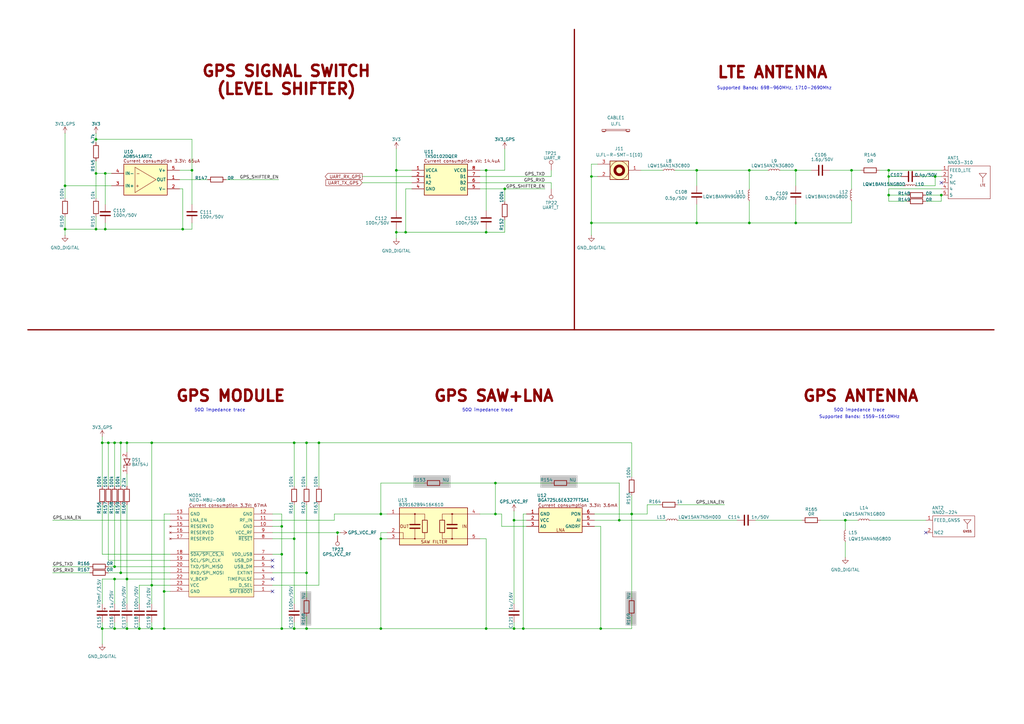
<source format=kicad_sch>
(kicad_sch (version 20250114) (generator "eeschema") (generator_version "9.0")
  (paper "A3")
  (title_block (date "07-03-2025") (rev "1") (comment 1 "Flatburn_V4") (comment 2 "Luca Brighenti") (comment 3 "-") (comment 4 "MIT"))
  (lib_symbols
    (symbol "Flatburn_V4_symbol_library:+3.3V" (power) (pin_numbers (hide yes)) (pin_names (offset 0) (hide yes))
      (property "Value" "+3.3V" (at 0 3.556 0))
      (symbol "+3.3V_1_1"
        (pin power_in line (at 0 0 90) (length 0) (name "~") (number "1"))
      )
    )
    (symbol "Flatburn_V4_symbol_library:CS-C-0402-0.3p/50V" (pin_numbers (hide yes))
      (property "Reference" "C" (at -1.778 -4.318 90))
      (property "Value" "0.3p/50V" (at -1.778 1.27 90))
      (symbol "CS-C-0402-0.3p/50V_1_1"
        (pin passive line (at 0 3.81 270) (length 2.794) (name "~") (number "1"))
        (pin passive line (at 0 -3.81 90) (length 2.794) (name "~") (number "2"))
      )
    )
    (symbol "Flatburn_V4_symbol_library:CS-C-0402-0.4p/50V" (pin_numbers (hide yes))
      (property "Reference" "C" (at -1.778 -4.318 90))
      (property "Value" "0.4p/50V" (at -1.778 1.27 90))
      (symbol "CS-C-0402-0.4p/50V_1_1"
        (pin passive line (at 0 3.81 270) (length 2.794) (name "~") (number "1"))
        (pin passive line (at 0 -3.81 90) (length 2.794) (name "~") (number "2"))
      )
    )
    (symbol "Flatburn_V4_symbol_library:CS-C-0402-0.5p/50V" (pin_numbers (hide yes))
      (property "Reference" "C" (at -1.778 -4.318 90))
      (property "Value" "0.5p/50V" (at -1.778 1.27 90))
      (symbol "CS-C-0402-0.5p/50V_1_1"
        (pin passive line (at 0 3.81 270) (length 2.794) (name "~") (number "1"))
        (pin passive line (at 0 -3.81 90) (length 2.794) (name "~") (number "2"))
      )
    )
    (symbol "Flatburn_V4_symbol_library:CS-C-0402-1.6p/50V" (pin_numbers (hide yes))
      (property "Reference" "C" (at -1.778 -4.318 90))
      (property "Value" "1.6p/50V" (at -1.778 1.27 90))
      (symbol "CS-C-0402-1.6p/50V_1_1"
        (pin passive line (at 0 3.81 270) (length 2.794) (name "~") (number "1"))
        (pin passive line (at 0 -3.81 90) (length 2.794) (name "~") (number "2"))
      )
    )
    (symbol "Flatburn_V4_symbol_library:CS-C-0402-100n/50V-10%" (pin_numbers (hide yes))
      (property "Reference" "C" (at -1.778 -4.318 90))
      (property "Value" "100n/50V" (at -1.778 1.27 90))
      (symbol "CS-C-0402-100n/50V-10%_1_1"
        (pin passive line (at 0 3.81 270) (length 2.794) (name "~") (number "1"))
        (pin passive line (at 0 -3.81 90) (length 2.794) (name "~") (number "2"))
      )
    )
    (symbol "Flatburn_V4_symbol_library:CS-C-0402-1n/50V-10%" (pin_numbers (hide yes))
      (property "Reference" "C" (at -1.778 -4.318 90))
      (property "Value" "1n/50V" (at -1.778 1.27 90))
      (symbol "CS-C-0402-1n/50V-10%_1_1"
        (pin passive line (at 0 3.81 270) (length 2.794) (name "~") (number "1"))
        (pin passive line (at 0 -3.81 90) (length 2.794) (name "~") (number "2"))
      )
    )
    (symbol "Flatburn_V4_symbol_library:CS-C-0402-1u/16V-10%" (pin_numbers (hide yes))
      (property "Reference" "C" (at -1.778 -4.318 90))
      (property "Value" "1u/16V" (at -1.778 1.27 90))
      (symbol "CS-C-0402-1u/16V-10%_1_1"
        (pin passive line (at 0 3.81 270) (length 2.794) (name "~") (number "1"))
        (pin passive line (at 0 -3.81 90) (length 2.794) (name "~") (number "2"))
      )
    )
    (symbol "Flatburn_V4_symbol_library:CS-C-0603-10u/10V-10%" (pin_numbers (hide yes))
      (property "Reference" "C" (at -1.778 -4.318 90))
      (property "Value" "10u/10V" (at -1.778 1.27 90))
      (symbol "CS-C-0603-10u/10V-10%_1_1"
        (pin passive line (at 0 3.81 270) (length 2.794) (name "~") (number "1"))
        (pin passive line (at 0 -3.81 90) (length 2.794) (name "~") (number "2"))
      )
    )
    (symbol "Flatburn_V4_symbol_library:CS-C-0603-1u/25V-10%" (pin_numbers (hide yes))
      (property "Reference" "C" (at -1.778 -4.318 90))
      (property "Value" "1u/25V" (at -1.778 1.27 90))
      (symbol "CS-C-0603-1u/25V-10%_1_1"
        (pin passive line (at 0 3.81 270) (length 2.794) (name "~") (number "1"))
        (pin passive line (at 0 -3.81 90) (length 2.794) (name "~") (number "2"))
      )
    )
    (symbol "Flatburn_V4_symbol_library:GND" (power) (pin_numbers (hide yes)) (pin_names (offset 0) (hide yes))
      (property "Value" "GND" (at 0 -3.81 0))
      (symbol "GND_1_1"
        (pin power_in line (at 0 0 270) (length 0) (name "~") (number "1"))
      )
    )
    (symbol "Flatburn_V4_symbol_library:GNSS - 824-82000 MHz - NN02-224 "
      (property "Reference" "ANT" (at -8.636 7.874 0))
      (property "Value" "NN02-224" (at -8.636 6.35 0))
      (symbol "GNSS - 824-82000 MHz - NN02-224 _1_1"
        (text "GNSS\n" (at 5.588 -2.032 0) (effects (font (size 0.889 0.889))))
        (pin passive line (at -11.43 2.54 0) (length 2.794) (name "FEED_GNSS") (number "1"))
        (pin passive line (at -11.43 -2.54 0) (length 2.794) (name "NC2") (number "2"))
      )
    )
    (symbol "Flatburn_V4_symbol_library:GPS/GNSS - NEO-M8U-06B "
      (property "Reference" "MOD" (at -14.224 23.114 0))
      (property "Value" "NEO-M8U-06B" (at -14.224 21.336 0))
      (symbol "GPS/GNSS - NEO-M8U-06B _0_1"
        (pin power_out line (at -21.59 15.24 0) (length 7.62) (name "GND") (number "13"))
        (pin output line (at -21.59 12.7 0) (length 7.62) (name "LNA_EN") (number "14"))
        (pin no_connect line (at -21.59 10.16 0) (length 7.62) (name "RESERVED") (number "15"))
        (pin no_connect line (at -21.59 7.62 0) (length 7.62) (name "RESERVED") (number "16"))
        (pin no_connect line (at -21.59 5.08 0) (length 7.62) (name "RESERVED") (number "17"))
        (pin bidirectional line (at -21.59 -3.81 0) (length 7.62) (name "SCL/SPI_CLK") (number "19"))
        (pin output line (at -21.59 -6.35 0) (length 7.62) (name "TXD/SPI_MISO") (number "20"))
        (pin input line (at -21.59 -8.89 0) (length 7.62) (name "RXD/SPI_MOSI") (number "21"))
        (pin power_in line (at -21.59 -11.43 0) (length 7.62) (name "V_BCKP") (number "22"))
        (pin power_in line (at -21.59 -13.97 0) (length 7.62) (name "VCC") (number "23"))
        (pin power_out line (at -21.59 -16.51 0) (length 7.62) (name "GND") (number "24"))
        (pin power_out line (at 20.32 15.24 180) (length 7.62) (name "GND") (number "12"))
        (pin input line (at 20.32 12.7 180) (length 7.62) (name "RF_IN") (number "11"))
        (pin power_out line (at 20.32 10.16 180) (length 7.62) (name "GND") (number "10"))
        (pin power_in line (at 20.32 7.62 180) (length 7.62) (name "VCC_RF") (number "9"))
        (pin power_in line (at 20.32 -1.27 180) (length 7.62) (name "VDD_USB") (number "7"))
        (pin bidirectional line (at 20.32 -3.81 180) (length 7.62) (name "USB_DP") (number "6"))
        (pin bidirectional line (at 20.32 -6.35 180) (length 7.62) (name "USB_DM") (number "5"))
        (pin input line (at 20.32 -8.89 180) (length 7.62) (name "EXTINT") (number "4"))
        (pin bidirectional line (at 20.32 -11.43 180) (length 7.62) (name "TIMEPULSE") (number "3"))
        (pin input line (at 20.32 -13.97 180) (length 7.62) (name "D_SEL") (number "2"))
      )
      (symbol "GPS/GNSS - NEO-M8U-06B _1_1"
        (text "Current consumption 3.3V: 67mA" (at 2.032 18.796 0) (effects (font (size 1.27 1.27))))
        (pin bidirectional line (at -21.59 -1.27 0) (length 7.62) (name "~{SDA/SPI_CS_N}") (number "18"))
        (pin input line (at 20.32 5.08 180) (length 7.62) (name "~{RESET}") (number "8"))
        (pin input line (at 20.32 -16.51 180) (length 7.62) (name "~{SAFEBOOT}") (number "1"))
      )
    )
    (symbol "Flatburn_V4_symbol_library:L RF - 1.3nH/3.15A - LQW15AN1N3C80D" (pin_numbers (hide yes)) (pin_names (hide yes))
      (property "Reference" "L" (at -2.54 1.524 0))
      (property "Value" "LQW15AN1N3C80D" (at -18.542 -0.254 0))
      (symbol "L RF - 1.3nH/3.15A - LQW15AN1N3C80D_1_1"
        (pin passive line (at 0 2.54 270) (length 0.508) (name "~") (number "1"))
        (pin passive line (at 0 -2.54 90) (length 0.508) (name "~") (number "2"))
      )
    )
    (symbol "Flatburn_V4_symbol_library:L RF - 10nH/1.6A - LQW18AN10NG80D" (pin_numbers (hide yes)) (pin_names (hide yes))
      (property "Reference" "L" (at -2.54 1.524 0))
      (property "Value" "LQW18AN10NG80D" (at -18.542 -0.254 0))
      (symbol "L RF - 10nH/1.6A - LQW18AN10NG80D_1_1"
        (pin passive line (at 0 2.54 270) (length 0.508) (name "~") (number "1"))
        (pin passive line (at 0 -2.54 90) (length 0.508) (name "~") (number "2"))
      )
    )
    (symbol "Flatburn_V4_symbol_library:L RF - 15nH/1.4A - LQW18AN15NG80D" (pin_numbers (hide yes)) (pin_names (hide yes))
      (property "Reference" "L" (at -2.54 1.524 0))
      (property "Value" "LQW18AN15NG80D" (at -18.542 -0.254 0))
      (symbol "L RF - 15nH/1.4A - LQW18AN15NG80D_1_1"
        (pin passive line (at 0 2.54 270) (length 0.508) (name "~") (number "1"))
        (pin passive line (at 0 -2.54 90) (length 0.508) (name "~") (number "2"))
      )
    )
    (symbol "Flatburn_V4_symbol_library:L RF - 2.3nH/2.53A - LQW15AN2N3G80D" (pin_numbers (hide yes)) (pin_names (hide yes))
      (property "Reference" "L" (at -2.54 1.524 0))
      (property "Value" "LQW15AN2N3G80D" (at -18.542 -0.254 0))
      (symbol "L RF - 2.3nH/2.53A - LQW15AN2N3G80D_1_1"
        (pin passive line (at 0 2.54 270) (length 0.508) (name "~") (number "1"))
        (pin passive line (at 0 -2.54 90) (length 0.508) (name "~") (number "2"))
      )
    )
    (symbol "Flatburn_V4_symbol_library:L RF - 4.6nH/1.45A - LQW15AN4N6G80D" (pin_numbers (hide yes)) (pin_names (hide yes))
      (property "Reference" "L" (at -2.54 1.524 0))
      (property "Value" "LQW15AN4N6G80D" (at -18.542 -0.254 0))
      (symbol "L RF - 4.6nH/1.45A - LQW15AN4N6G80D_1_1"
        (pin passive line (at 0 2.54 270) (length 0.508) (name "~") (number "1"))
        (pin passive line (at 0 -2.54 90) (length 0.508) (name "~") (number "2"))
      )
    )
    (symbol "Flatburn_V4_symbol_library:L RF - 7.1nH/1.42A - LQW15AN7N1G80D" (pin_numbers (hide yes)) (pin_names (hide yes))
      (property "Reference" "L" (at -2.54 1.524 0))
      (property "Value" "LQW15AN7N1G80D" (at -18.542 -0.254 0))
      (symbol "L RF - 7.1nH/1.42A - LQW15AN7N1G80D_1_1"
        (pin passive line (at 0 2.54 270) (length 0.508) (name "~") (number "1"))
        (pin passive line (at 0 -2.54 90) (length 0.508) (name "~") (number "2"))
      )
    )
    (symbol "Flatburn_V4_symbol_library:L RF - 7.5nH/570mA - LQW15AN7N5H00D" (pin_numbers (hide yes)) (pin_names (hide yes))
      (property "Reference" "L" (at -2.54 1.524 0))
      (property "Value" "LQW15AN7N5H00D" (at -18.542 -0.254 0))
      (symbol "L RF - 7.5nH/570mA - LQW15AN7N5H00D_1_1"
        (pin passive line (at 0 2.54 270) (length 0.508) (name "~") (number "1"))
        (pin passive line (at 0 -2.54 90) (length 0.508) (name "~") (number "2"))
      )
    )
    (symbol "Flatburn_V4_symbol_library:L RF - 9.9nH/1.6A - LQW18AN9N9G80D" (pin_numbers (hide yes)) (pin_names (hide yes))
      (property "Reference" "L" (at -2.54 1.524 0))
      (property "Value" "LQW18AN9N9G80D" (at -18.542 -0.254 0))
      (symbol "L RF - 9.9nH/1.6A - LQW18AN9N9G80D_1_1"
        (pin passive line (at 0 2.54 270) (length 0.508) (name "~") (number "1"))
        (pin passive line (at 0 -2.54 90) (length 0.508) (name "~") (number "2"))
      )
    )
    (symbol "Flatburn_V4_symbol_library:LEVEL SHIF - 2x - TXS0102DQER"
      (property "Reference" "U" (at -8.89 11.938 0))
      (property "Value" "TXS0102DQER" (at -8.89 10.16 0))
      (symbol "LEVEL SHIF - 2x - TXS0102DQER_1_1"
        (text "Current consumption xV: 14.4uA" (at 6.604 7.62 0) (effects (font (size 1.27 1.27))))
        (pin passive line (at -13.97 3.81 0) (length 5.08) (name "VCCA") (number "1"))
        (pin passive line (at -13.97 1.27 0) (length 5.08) (name "A1") (number "2"))
        (pin passive line (at -13.97 -1.27 0) (length 5.08) (name "A2") (number "3"))
        (pin passive line (at -13.97 -3.81 0) (length 5.08) (name "GND") (number "4"))
        (pin passive line (at 13.97 3.81 180) (length 5.08) (name "VCCB") (number "8"))
        (pin passive line (at 13.97 1.27 180) (length 5.08) (name "B1") (number "7"))
        (pin passive line (at 13.97 -1.27 180) (length 5.08) (name "B2") (number "6"))
        (pin passive line (at 13.97 -3.81 180) (length 5.08) (name "OE") (number "5"))
      )
    )
    (symbol "Flatburn_V4_symbol_library:LTE/GNSS/BT - 400-8000 MHz - NN03-310 "
      (property "Reference" "ANT" (at -8.636 8.89 0))
      (property "Value" "NN03-310" (at -8.89 7.366 0))
      (symbol "LTE/GNSS/BT - 400-8000 MHz - NN03-310 _1_1"
        (text "LTE" (at 5.588 -2.286 0) (effects (font (size 0.889 0.889))))
        (pin passive line (at -11.43 3.81 0) (length 2.794) (name "FEED_LTE") (number "1"))
        (pin passive line (at -11.43 1.27 0) (length 2.794) (name "2") (number "2"))
        (pin passive line (at -11.43 -1.27 0) (length 2.794) (name "NC") (number "3"))
        (pin passive line (at -11.43 -3.81 0) (length 2.794) (name "4") (number "4"))
        (pin passive line (at -11.43 -6.35 0) (length 2.794) (name "5") (number "5"))
      )
    )
    (symbol "Flatburn_V4_symbol_library:OPAMP - 5V/1MHz - AD8541ARTZ-REEL7 "
      (property "Reference" "U" (at -8.89 11.938 0))
      (property "Value" "AD8541ARTZ" (at -8.89 10.16 0))
      (symbol "OPAMP - 5V/1MHz - AD8541ARTZ-REEL7 _1_1"
        (text "+" (at -3.302 -2.54 0) (effects (font (size 1.27 1.27))))
        (text "-" (at -3.048 2.54 0) (effects (font (size 1.27 1.27))))
        (text "Current consumption 3.3V: 65uA" (at 6.604 7.62 0) (effects (font (size 1.27 1.27))))
        (pin passive line (at -13.97 2.54 0) (length 5.08) (name "IN-") (number "4"))
        (pin passive line (at -13.97 -2.54 0) (length 5.08) (name "IN+") (number "3"))
        (pin passive line (at 13.97 3.81 180) (length 5.08) (name "V+") (number "5"))
        (pin passive line (at 13.97 0 180) (length 5.08) (name "OUT") (number "1"))
        (pin passive line (at 13.97 -3.81 180) (length 5.08) (name "V-") (number "2"))
      )
    )
    (symbol "Flatburn_V4_symbol_library:RF AMPLIFIER GNSS- 1550-1615MHz/20dB -  BGA725L6E6327FTSA1"
      (property "Reference" "U" (at -9.144 10.668 0))
      (property "Value" "BGA725L6E6327FTSA1" (at -9.144 8.636 0))
      (symbol "RF AMPLIFIER GNSS- 1550-1615MHz/20dB -  BGA725L6E6327FTSA1_1_1"
        (text "LNA" (at 0 -4.064 0) (effects (font (size 1.27 1.27))))
        (text "Current consumption 3.3V: 3.6mA" (at 7.112 6.096 0) (effects (font (size 1.27 1.27))))
        (pin passive line (at -13.97 2.54 0) (length 5.08) (name "GND") (number "1"))
        (pin passive line (at -13.97 0 0) (length 5.08) (name "VCC") (number "2"))
        (pin passive line (at -13.97 -2.54 0) (length 5.08) (name "AO") (number "3"))
        (pin passive line (at 13.97 2.54 180) (length 5.08) (name "PON") (number "6"))
        (pin input line (at 13.97 0 180) (length 5.08) (name "AI") (number "5"))
        (pin passive line (at 13.97 -2.54 180) (length 5.08) (name "GNDRF") (number "4"))
      )
    )
    (symbol "Flatburn_V4_symbol_library:RF/COAX - U.FL-R-SMT-1(10)" (pin_names (hide yes))
      (property "Reference" "J" (at -3.81 7.874 0))
      (property "Value" "U.FL-R-SMT-1(10)" (at -3.81 6.096 0))
      (symbol "RF/COAX - U.FL-R-SMT-1(10)_1_1"
        (pin passive line (at -8.89 0 0) (length 5.08) (name "1") (number "1"))
        (pin passive line (at 8.89 2.54 180) (length 5.08) (name "2") (number "2"))
        (pin passive line (at 8.89 -2.54 180) (length 5.08) (name "3") (number "3"))
      )
    )
    (symbol "Flatburn_V4_symbol_library:RS-0402-0R 1/5W 0.5%" (pin_numbers (hide yes)) (pin_names (hide yes))
      (property "Reference" "R" (at -1.778 -6.096 90))
      (property "Value" "0R" (at -1.778 3.556 90))
      (symbol "RS-0402-0R 1/5W 0.5%_1_1"
        (pin passive line (at 0 3.81 270) (length 1.27) (name "~") (number "1"))
        (pin passive line (at 0 -3.81 90) (length 1.27) (name "~") (number "2"))
      )
    )
    (symbol "Flatburn_V4_symbol_library:RS-0402-0R 100mW 0.1%" (pin_numbers (hide yes)) (pin_names (hide yes))
      (property "Reference" "R" (at -1.778 -6.096 90))
      (property "Value" "0R" (at -1.778 3.556 90))
      (symbol "RS-0402-0R 100mW 0.1%_1_1"
        (pin passive line (at 0 3.81 270) (length 1.27) (name "~") (number "1"))
        (pin passive line (at 0 -3.81 90) (length 1.27) (name "~") (number "2"))
      )
    )
    (symbol "Flatburn_V4_symbol_library:RS-0402-100K 1/16W 1%" (pin_numbers (hide yes)) (pin_names (hide yes))
      (property "Reference" "R" (at -1.778 -6.096 90))
      (property "Value" "100k" (at -1.778 3.556 90))
      (symbol "RS-0402-100K 1/16W 1%_1_1"
        (pin passive line (at 0 3.81 270) (length 1.27) (name "~") (number "1"))
        (pin passive line (at 0 -3.81 90) (length 1.27) (name "~") (number "2"))
      )
    )
    (symbol "Flatburn_V4_symbol_library:RS-0402-10K 1/16W 1%" (pin_numbers (hide yes)) (pin_names (hide yes))
      (property "Reference" "R" (at -1.778 -6.096 90))
      (property "Value" "10k" (at -1.778 3.556 90))
      (symbol "RS-0402-10K 1/16W 1%_1_1"
        (pin passive line (at 0 3.81 270) (length 1.27) (name "~") (number "1"))
        (pin passive line (at 0 -3.81 90) (length 1.27) (name "~") (number "2"))
      )
    )
    (symbol "Flatburn_V4_symbol_library:RS-0402-1K 1/16W 1%" (pin_numbers (hide yes)) (pin_names (hide yes))
      (property "Reference" "R" (at -1.778 -6.096 90))
      (property "Value" "1k" (at -1.778 3.556 90))
      (symbol "RS-0402-1K 1/16W 1%_1_1"
        (pin passive line (at 0 3.81 270) (length 1.27) (name "~") (number "1"))
        (pin passive line (at 0 -3.81 90) (length 1.27) (name "~") (number "2"))
      )
    )
    (symbol "Flatburn_V4_symbol_library:RS-0402-2K2 1/16W 1%" (pin_numbers (hide yes)) (pin_names (hide yes))
      (property "Reference" "R" (at -1.778 -6.096 90))
      (property "Value" "2.2k" (at -1.778 3.556 90))
      (symbol "RS-0402-2K2 1/16W 1%_1_1"
        (pin passive line (at 0 3.81 270) (length 1.27) (name "~") (number "1"))
        (pin passive line (at 0 -3.81 90) (length 1.27) (name "~") (number "2"))
      )
    )
    (symbol "Flatburn_V4_symbol_library:RS-0402-4K7 1/16W 1%" (pin_numbers (hide yes)) (pin_names (hide yes))
      (property "Reference" "R" (at -1.778 -6.096 90))
      (property "Value" "4.7k" (at -1.778 3.556 90))
      (symbol "RS-0402-4K7 1/16W 1%_1_1"
        (pin passive line (at 0 3.81 270) (length 1.27) (name "~") (number "1"))
        (pin passive line (at 0 -3.81 90) (length 1.27) (name "~") (number "2"))
      )
    )
    (symbol "Flatburn_V4_symbol_library:SAW FILTER - GNSS/1575MHz - B39162B9416K610" (pin_names (hide yes))
      (property "Reference" "U" (at -14.224 11.176 0))
      (property "Value" "B39162B9416K610" (at -14.224 9.398 0))
      (symbol "SAW FILTER - GNSS/1575MHz - B39162B9416K610_1_1"
        (text "OUT" (at -11.938 0 0) (effects (font (size 1.27 1.27))))
        (text "SAW FILTER" (at 0.254 -6.35 0) (effects (font (size 1.27 1.27))))
        (text "IN" (at 12.7 0 0) (effects (font (size 1.27 1.27))))
        (pin passive line (at -19.05 5.08 0) (length 5.08) (name "OUT") (number "1"))
        (pin passive line (at -19.05 -2.54 0) (length 5.08) (name "GND1") (number "2"))
        (pin passive line (at -19.05 -5.08 0) (length 5.08) (name "GND2") (number "3"))
        (pin passive line (at 19.05 5.08 180) (length 5.08) (name "IN") (number "4"))
        (pin passive line (at 19.05 -5.08 180) (length 5.08) (name "GND3") (number "5"))
      )
    )
    (symbol "Flatburn_V4_symbol_library:SCHOTTKY - 30V/0.2A - BAT54J"
      (property "Reference" "DS" (at -6.604 6.096 0))
      (property "Value" "BAT54J" (at -6.604 4.318 0))
      (symbol "SCHOTTKY - 30V/0.2A - BAT54J_1_1"
        (pin passive line (at -3.81 0 0) (length 2.54) (name "") (number "1"))
        (pin passive line (at 5.08 0 180) (length 2.54) (name "") (number "2"))
      )
    )
    (symbol "Flatburn_V4_symbol_library:SUPERCAP-EL-10.7x8.5-470mF/3.5V - FCS0V474ZFTBR24 " (pin_numbers (hide yes)) (pin_names (hide yes))
      (property "Reference" "C" (at -1.778 -4.318 90))
      (property "Value" "470mF/3.5V" (at -1.778 1.27 90))
      (symbol "SUPERCAP-EL-10.7x8.5-470mF/3.5V - FCS0V474ZFTBR24 _1_1"
        (pin passive line (at 0 3.81 270) (length 2.794) (name "+") (number "1"))
        (pin passive line (at 0 -3.81 90) (length 2.794) (name "-") (number "2"))
      )
    )
    (symbol "Flatburn_V4_symbol_library:TestPoint" (pin_numbers (hide yes)) (pin_names (offset 0.762) (hide yes))
      (property "Reference" "TP" (at 0 6.858 0))
      (property "Value" "TestPoint" (at 0 5.08 0))
      (symbol "TestPoint_1_1"
        (pin passive line (at 0 0 90) (length 2.54) (name "1") (number "1"))
      )
    )
    (symbol "Flatburn_V4_symbol_library:U.FL" (on_board no)
      (property "Reference" "CABLE" (at -6.096 4.064 0))
      (property "Value" "U.FL" (at -5.842 2.286 0))
    )
    (symbol "Flatburn_V4_symbol_library:VPP" (power) (pin_numbers (hide yes)) (pin_names (offset 0) (hide yes))
      (property "Value" "VPP" (at 0 3.556 0))
      (symbol "VPP_1_1"
        (pin power_in line (at 0 0 90) (length 0) (name "~") (number "1"))
      )
    )
  )
  (rectangle (start 221.615 194.945) (end 236.855 200.025) (stroke (width -0.0001) (color 194 194 194 1)) (fill (type color) (color 194 194 194 1)))
  (rectangle (start 256.54 242.57) (end 260.985 256.54) (stroke (width -0.0001) (color 194 194 194 1)) (fill (type color) (color 194 194 194 1)))
  (rectangle (start 123.19 242.57) (end 127.635 256.54) (stroke (width -0.0001) (color 194 194 194 1)) (fill (type color) (color 194 194 194 1)))
  (rectangle (start 169.545 194.945) (end 184.785 200.025) (stroke (width -0.0001) (color 194 194 194 1)) (fill (type color) (color 194 194 194 1)))
  (text "GPS SIGNAL SWITCH\n(LEVEL SHIFTER)\n" (at 117.475 33.02 0) (effects (font (size 4.572 4.572) (thickness 1.016) (bold yes))))
  (text "GPS SAW+LNA\n" (at 202.565 162.56 0) (effects (font (size 4.572 4.572) (thickness 1.016) (bold yes))))
  (text "GPS ANTENNA\n" (at 353.06 162.56 0) (effects (font (size 4.572 4.572) (thickness 1.016) (bold yes))))
  (text "50Ω impedance trace" (at 200.025 168.275 0) (effects (font (size 1.27 1.27))))
  (text "LTE ANTENNA" (at 316.865 29.845 0) (effects (font (size 4.572 4.572) (thickness 1.016) (bold yes))))
  (text "GPS MODULE" (at 94.615 162.56 0) (effects (font (size 4.572 4.572) (thickness 1.016) (bold yes))))
  (text "Supported Bands: 698-960MHz, 1710-2690Mhz\n" (at 294.005 36.195 0) (effects (font (size 1.27 1.27)) (justify left)))
  (text "Supported Bands: 1559-1610MHz\n\n" (at 335.915 172.085 0) (effects (font (size 1.27 1.27)) (justify left)))
  (text "50Ω impedance trace" (at 90.17 168.275 0) (effects (font (size 1.27 1.27))))
  (text "50Ω impedance trace" (at 352.425 168.275 0) (effects (font (size 1.27 1.27))))
  (junction (at 115.57 227.33))
  (junction (at 203.2 210.82))
  (junction (at 125.73 257.81))
  (junction (at 46.99 232.41))
  (junction (at 210.82 213.36))
  (junction (at 259.08 210.82))
  (junction (at 39.37 71.12))
  (junction (at 52.07 257.81))
  (junction (at 307.34 91.44))
  (junction (at 120.65 220.98))
  (junction (at 43.18 71.12))
  (junction (at 26.67 93.98))
  (junction (at 383.54 72.39))
  (junction (at 41.91 181.61))
  (junction (at 78.74 69.85))
  (junction (at 285.75 91.44))
  (junction (at 326.39 69.85))
  (junction (at 115.57 257.81))
  (junction (at 120.65 181.61))
  (junction (at 125.73 181.61))
  (junction (at 307.34 69.85))
  (junction (at 210.82 257.81))
  (junction (at 364.49 72.39))
  (junction (at 242.57 91.44))
  (junction (at 41.91 257.81))
  (junction (at 203.2 198.12))
  (junction (at 254 213.36))
  (junction (at 166.37 95.25))
  (junction (at 364.49 69.85))
  (junction (at 156.21 220.98))
  (junction (at 386.08 80.01))
  (junction (at 162.56 95.25))
  (junction (at 285.75 69.85))
  (junction (at 74.93 93.98))
  (junction (at 125.73 234.95))
  (junction (at 326.39 91.44))
  (junction (at 26.67 76.2))
  (junction (at 349.25 69.85))
  (junction (at 39.37 93.98))
  (junction (at 52.07 181.61))
  (junction (at 207.01 77.47))
  (junction (at 62.23 181.61))
  (junction (at 62.23 240.03))
  (junction (at 62.23 257.81))
  (junction (at 67.31 257.81))
  (junction (at 46.99 257.81))
  (junction (at 115.57 215.9))
  (junction (at 67.31 242.57))
  (junction (at 46.99 181.61))
  (junction (at 199.39 95.25))
  (junction (at 199.39 257.81))
  (junction (at 156.21 210.82))
  (junction (at 156.21 257.81))
  (junction (at 52.07 237.49))
  (junction (at 49.53 234.95))
  (junction (at 43.18 93.98))
  (junction (at 57.15 257.81))
  (junction (at 246.38 257.81))
  (junction (at 39.37 57.15))
  (junction (at 44.45 181.61))
  (junction (at 130.81 181.61))
  (junction (at 49.53 181.61))
  (junction (at 46.99 237.49))
  (junction (at 199.39 69.85))
  (junction (at 346.71 213.36))
  (junction (at 120.65 257.81))
  (junction (at 138.43 218.44))
  (junction (at 162.56 69.85))
  (junction (at 214.63 257.81))
  (junction (at 364.49 80.01))
  (junction (at 242.57 72.39))
  (no_connect (at 386.08 74.93))
  (no_connect (at 111.76 237.49))
  (no_connect (at 111.76 242.57))
  (no_connect (at 379.73 218.44))
  (no_connect (at 111.76 229.87))
  (no_connect (at 111.76 232.41))
  (wire (pts (xy 166.37 77.47) (xy 166.37 95.25)))
  (wire (pts (xy 46.99 207.01) (xy 46.99 232.41)))
  (wire (pts (xy 39.37 88.9) (xy 39.37 93.98)))
  (wire (pts (xy 111.76 210.82) (xy 115.57 210.82)))
  (wire (pts (xy 307.34 91.44) (xy 326.39 91.44)))
  (wire (pts (xy 120.65 257.81) (xy 115.57 257.81)))
  (wire (pts (xy 41.91 247.65) (xy 41.91 237.49)))
  (wire (pts (xy 199.39 95.25) (xy 207.01 95.25)))
  (wire (pts (xy 360.68 69.85) (xy 364.49 69.85)))
  (wire (pts (xy 214.63 210.82) (xy 214.63 257.81)))
  (wire (pts (xy 265.43 207.01) (xy 270.51 207.01)))
  (wire (pts (xy 41.91 257.81) (xy 46.99 257.81)))
  (wire (pts (xy 349.25 82.55) (xy 349.25 91.44)))
  (wire (pts (xy 78.74 69.85) (xy 78.74 83.82)))
  (wire (pts (xy 383.54 76.2) (xy 383.54 72.39)))
  (wire (pts (xy 346.71 213.36) (xy 346.71 217.17)))
  (wire (pts (xy 43.18 71.12) (xy 45.72 71.12)))
  (wire (pts (xy 120.65 247.65) (xy 120.65 220.98)))
  (wire (pts (xy 44.45 181.61) (xy 44.45 199.39)))
  (wire (pts (xy 364.49 82.55) (xy 364.49 80.01)))
  (wire (pts (xy 49.53 234.95) (xy 69.85 234.95)))
  (wire (pts (xy 242.57 67.31) (xy 242.57 72.39)))
  (wire (pts (xy 326.39 76.2) (xy 326.39 69.85)))
  (wire (pts (xy 125.73 252.73) (xy 125.73 257.81)))
  (wire (pts (xy 162.56 95.25) (xy 166.37 95.25)))
  (wire (pts (xy 285.75 91.44) (xy 307.34 91.44)))
  (wire (pts (xy 78.74 69.85) (xy 78.74 57.15)))
  (wire (pts (xy 52.07 207.01) (xy 52.07 237.49)))
  (wire (pts (xy 62.23 257.81) (xy 67.31 257.81)))
  (wire (pts (xy 265.43 210.82) (xy 265.43 207.01)))
  (wire (pts (xy 196.85 210.82) (xy 203.2 210.82)))
  (wire (pts (xy 246.38 215.9) (xy 246.38 257.81)))
  (wire (pts (xy 78.74 91.44) (xy 78.74 93.98)))
  (wire (pts (xy 372.11 82.55) (xy 364.49 82.55)))
  (wire (pts (xy 130.81 181.61) (xy 130.81 199.39)))
  (wire (pts (xy 46.99 255.27) (xy 46.99 257.81)))
  (wire (pts (xy 196.85 72.39) (xy 226.06 72.39)))
  (wire (pts (xy 78.74 93.98) (xy 74.93 93.98)))
  (wire (pts (xy 120.65 199.39) (xy 120.65 181.61)))
  (wire (pts (xy 215.9 210.82) (xy 214.63 210.82)))
  (wire (pts (xy 43.18 71.12) (xy 43.18 83.82)))
  (wire (pts (xy 215.9 215.9) (xy 205.74 215.9)))
  (wire (pts (xy 370.84 76.2) (xy 364.49 76.2)))
  (wire (pts (xy 67.31 257.81) (xy 67.31 242.57)))
  (wire (pts (xy 26.67 96.52) (xy 26.67 93.98)))
  (wire (pts (xy 43.18 93.98) (xy 39.37 93.98)))
  (wire (pts (xy 52.07 237.49) (xy 52.07 247.65)))
  (wire (pts (xy 326.39 91.44) (xy 349.25 91.44)))
  (wire (pts (xy 39.37 93.98) (xy 26.67 93.98)))
  (wire (pts (xy 52.07 257.81) (xy 57.15 257.81)))
  (wire (pts (xy 285.75 69.85) (xy 285.75 76.2)))
  (wire (pts (xy 111.76 227.33) (xy 115.57 227.33)))
  (wire (pts (xy 203.2 210.82) (xy 205.74 210.82)))
  (wire (pts (xy 46.99 181.61) (xy 46.99 199.39)))
  (wire (pts (xy 307.34 82.55) (xy 307.34 91.44)))
  (wire (pts (xy 364.49 77.47) (xy 386.08 77.47)))
  (wire (pts (xy 242.57 72.39) (xy 245.11 72.39)))
  (wire (pts (xy 166.37 95.25) (xy 199.39 95.25)))
  (wire (pts (xy 41.91 255.27) (xy 41.91 257.81)))
  (wire (pts (xy 196.85 220.98) (xy 199.39 220.98)))
  (wire (pts (xy 130.81 240.03) (xy 111.76 240.03)))
  (wire (pts (xy 49.53 207.01) (xy 49.53 234.95)))
  (wire (pts (xy 148.59 72.39) (xy 168.91 72.39)))
  (wire (pts (xy 245.11 67.31) (xy 242.57 67.31)))
  (wire (pts (xy 125.73 199.39) (xy 125.73 181.61)))
  (wire (pts (xy 120.65 181.61) (xy 125.73 181.61)))
  (wire (pts (xy 52.07 237.49) (xy 69.85 237.49)))
  (wire (pts (xy 181.61 198.12) (xy 203.2 198.12)))
  (wire (pts (xy 120.65 257.81) (xy 125.73 257.81)))
  (wire (pts (xy 278.13 207.01) (xy 297.18 207.01)))
  (wire (pts (xy 207.01 60.96) (xy 207.01 69.85)))
  (wire (pts (xy 158.75 218.44) (xy 156.21 218.44)))
  (wire (pts (xy 259.08 210.82) (xy 259.08 245.11)))
  (wire (pts (xy 21.59 213.36) (xy 69.85 213.36)))
  (wire (pts (xy 120.65 207.01) (xy 120.65 220.98)))
  (wire (pts (xy 92.71 73.66) (xy 114.3 73.66)))
  (wire (pts (xy 246.38 257.81) (xy 259.08 257.81)))
  (wire (pts (xy 259.08 203.2) (xy 259.08 210.82)))
  (wire (pts (xy 74.93 77.47) (xy 73.66 77.47)))
  (wire (pts (xy 156.21 220.98) (xy 158.75 220.98)))
  (wire (pts (xy 115.57 227.33) (xy 115.57 257.81)))
  (wire (pts (xy 125.73 181.61) (xy 130.81 181.61)))
  (wire (pts (xy 379.73 82.55) (xy 386.08 82.55)))
  (polyline (pts (xy 11.43 135.255) (xy 407.67 135.255)) (stroke (width 0.508) (color 132 0 0 1)))
  (wire (pts (xy 196.85 74.93) (xy 226.06 74.93)))
  (wire (pts (xy 254 213.36) (xy 273.05 213.36)))
  (wire (pts (xy 285.75 83.82) (xy 285.75 91.44)))
  (wire (pts (xy 137.16 213.36) (xy 111.76 213.36)))
  (wire (pts (xy 243.84 215.9) (xy 246.38 215.9)))
  (wire (pts (xy 46.99 257.81) (xy 52.07 257.81)))
  (wire (pts (xy 39.37 58.42) (xy 39.37 57.15)))
  (wire (pts (xy 203.2 198.12) (xy 226.06 198.12)))
  (wire (pts (xy 137.16 210.82) (xy 156.21 210.82)))
  (wire (pts (xy 39.37 54.61) (xy 39.37 57.15)))
  (wire (pts (xy 120.65 255.27) (xy 120.65 257.81)))
  (wire (pts (xy 320.04 69.85) (xy 326.39 69.85)))
  (wire (pts (xy 285.75 69.85) (xy 307.34 69.85)))
  (wire (pts (xy 340.36 69.85) (xy 349.25 69.85)))
  (wire (pts (xy 111.76 218.44) (xy 138.43 218.44)))
  (wire (pts (xy 26.67 54.61) (xy 26.67 76.2)))
  (wire (pts (xy 138.43 219.71) (xy 138.43 218.44)))
  (wire (pts (xy 210.82 209.55) (xy 210.82 213.36)))
  (wire (pts (xy 39.37 57.15) (xy 78.74 57.15)))
  (wire (pts (xy 39.37 66.04) (xy 39.37 71.12)))
  (wire (pts (xy 21.59 234.95) (xy 36.83 234.95)))
  (wire (pts (xy 364.49 72.39) (xy 369.57 72.39)))
  (wire (pts (xy 162.56 69.85) (xy 168.91 69.85)))
  (wire (pts (xy 375.92 76.2) (xy 383.54 76.2)))
  (wire (pts (xy 44.45 207.01) (xy 44.45 229.87)))
  (wire (pts (xy 41.91 181.61) (xy 41.91 199.39)))
  (wire (pts (xy 173.99 198.12) (xy 156.21 198.12)))
  (wire (pts (xy 46.99 232.41) (xy 69.85 232.41)))
  (wire (pts (xy 259.08 252.73) (xy 259.08 257.81)))
  (wire (pts (xy 52.07 255.27) (xy 52.07 257.81)))
  (wire (pts (xy 242.57 72.39) (xy 242.57 91.44)))
  (wire (pts (xy 62.23 240.03) (xy 62.23 247.65)))
  (wire (pts (xy 242.57 91.44) (xy 285.75 91.44)))
  (wire (pts (xy 196.85 77.47) (xy 207.01 77.47)))
  (wire (pts (xy 57.15 240.03) (xy 57.15 247.65)))
  (wire (pts (xy 44.45 181.61) (xy 41.91 181.61)))
  (wire (pts (xy 125.73 234.95) (xy 125.73 245.11)))
  (wire (pts (xy 73.66 69.85) (xy 78.74 69.85)))
  (wire (pts (xy 130.81 181.61) (xy 259.08 181.61)))
  (wire (pts (xy 156.21 220.98) (xy 156.21 257.81)))
  (wire (pts (xy 162.56 93.98) (xy 162.56 95.25)))
  (wire (pts (xy 242.57 91.44) (xy 242.57 96.52)))
  (wire (pts (xy 62.23 240.03) (xy 57.15 240.03)))
  (wire (pts (xy 44.45 232.41) (xy 46.99 232.41)))
  (wire (pts (xy 26.67 88.9) (xy 26.67 93.98)))
  (wire (pts (xy 125.73 257.81) (xy 156.21 257.81)))
  (wire (pts (xy 67.31 242.57) (xy 69.85 242.57)))
  (wire (pts (xy 210.82 213.36) (xy 215.9 213.36)))
  (wire (pts (xy 207.01 77.47) (xy 223.52 77.47)))
  (wire (pts (xy 46.99 181.61) (xy 49.53 181.61)))
  (wire (pts (xy 278.13 213.36) (xy 302.26 213.36)))
  (wire (pts (xy 326.39 69.85) (xy 332.74 69.85)))
  (wire (pts (xy 246.38 257.81) (xy 214.63 257.81)))
  (wire (pts (xy 254 213.36) (xy 254 198.12)))
  (wire (pts (xy 67.31 210.82) (xy 67.31 242.57)))
  (wire (pts (xy 62.23 181.61) (xy 52.07 181.61)))
  (wire (pts (xy 26.67 76.2) (xy 26.67 81.28)))
  (wire (pts (xy 346.71 222.25) (xy 346.71 228.6)))
  (wire (pts (xy 156.21 257.81) (xy 199.39 257.81)))
  (wire (pts (xy 386.08 82.55) (xy 386.08 80.01)))
  (wire (pts (xy 207.01 77.47) (xy 207.01 82.55)))
  (wire (pts (xy 62.23 255.27) (xy 62.23 257.81)))
  (wire (pts (xy 166.37 77.47) (xy 168.91 77.47)))
  (wire (pts (xy 62.23 240.03) (xy 69.85 240.03)))
  (wire (pts (xy 226.06 69.85) (xy 226.06 72.39)))
  (wire (pts (xy 41.91 237.49) (xy 46.99 237.49)))
  (wire (pts (xy 111.76 234.95) (xy 125.73 234.95)))
  (wire (pts (xy 307.34 77.47) (xy 307.34 69.85)))
  (wire (pts (xy 379.73 80.01) (xy 386.08 80.01)))
  (wire (pts (xy 349.25 69.85) (xy 353.06 69.85)))
  (wire (pts (xy 62.23 240.03) (xy 62.23 181.61)))
  (wire (pts (xy 207.01 69.85) (xy 199.39 69.85)))
  (wire (pts (xy 199.39 69.85) (xy 196.85 69.85)))
  (wire (pts (xy 162.56 97.79) (xy 162.56 95.25)))
  (wire (pts (xy 156.21 198.12) (xy 156.21 210.82)))
  (wire (pts (xy 307.34 69.85) (xy 314.96 69.85)))
  (wire (pts (xy 259.08 195.58) (xy 259.08 181.61)))
  (wire (pts (xy 364.49 69.85) (xy 386.08 69.85)))
  (wire (pts (xy 41.91 207.01) (xy 41.91 227.33)))
  (wire (pts (xy 125.73 207.01) (xy 125.73 234.95)))
  (wire (pts (xy 210.82 213.36) (xy 210.82 247.65)))
  (wire (pts (xy 364.49 77.47) (xy 364.49 80.01)))
  (wire (pts (xy 39.37 71.12) (xy 39.37 81.28)))
  (wire (pts (xy 336.55 213.36) (xy 346.71 213.36)))
  (wire (pts (xy 52.07 194.31) (xy 52.07 199.39)))
  (wire (pts (xy 364.49 72.39) (xy 364.49 69.85)))
  (wire (pts (xy 148.59 74.93) (xy 168.91 74.93)))
  (wire (pts (xy 130.81 207.01) (xy 130.81 240.03)))
  (wire (pts (xy 115.57 257.81) (xy 67.31 257.81)))
  (wire (pts (xy 41.91 264.16) (xy 41.91 257.81)))
  (wire (pts (xy 326.39 83.82) (xy 326.39 91.44)))
  (wire (pts (xy 52.07 181.61) (xy 52.07 185.42)))
  (wire (pts (xy 41.91 179.07) (xy 41.91 181.61)))
  (wire (pts (xy 262.89 69.85) (xy 271.78 69.85)))
  (wire (pts (xy 156.21 218.44) (xy 156.21 220.98)))
  (wire (pts (xy 138.43 218.44) (xy 139.7 218.44)))
  (wire (pts (xy 276.86 69.85) (xy 285.75 69.85)))
  (wire (pts (xy 44.45 181.61) (xy 46.99 181.61)))
  (wire (pts (xy 210.82 255.27) (xy 210.82 257.81)))
  (wire (pts (xy 21.59 232.41) (xy 36.83 232.41)))
  (wire (pts (xy 259.08 210.82) (xy 265.43 210.82)))
  (wire (pts (xy 111.76 215.9) (xy 115.57 215.9)))
  (wire (pts (xy 162.56 60.96) (xy 162.56 69.85)))
  (wire (pts (xy 364.49 76.2) (xy 364.49 72.39)))
  (wire (pts (xy 349.25 69.85) (xy 349.25 77.47)))
  (wire (pts (xy 254 198.12) (xy 233.68 198.12)))
  (wire (pts (xy 199.39 257.81) (xy 210.82 257.81)))
  (wire (pts (xy 158.75 210.82) (xy 156.21 210.82)))
  (wire (pts (xy 57.15 257.81) (xy 62.23 257.81)))
  (wire (pts (xy 207.01 90.17) (xy 207.01 95.25)))
  (wire (pts (xy 243.84 210.82) (xy 259.08 210.82)))
  (wire (pts (xy 205.74 215.9) (xy 205.74 210.82)))
  (wire (pts (xy 162.56 86.36) (xy 162.56 69.85)))
  (wire (pts (xy 62.23 181.61) (xy 120.65 181.61)))
  (wire (pts (xy 199.39 69.85) (xy 199.39 86.36)))
  (wire (pts (xy 383.54 72.39) (xy 386.08 72.39)))
  (wire (pts (xy 49.53 181.61) (xy 52.07 181.61)))
  (wire (pts (xy 39.37 71.12) (xy 43.18 71.12)))
  (wire (pts (xy 356.87 213.36) (xy 379.73 213.36)))
  (polyline (pts (xy 235.585 12.065) (xy 235.585 135.255)) (stroke (width 0.508) (color 132 0 0 1)))
  (wire (pts (xy 43.18 91.44) (xy 43.18 93.98)))
  (wire (pts (xy 44.45 234.95) (xy 49.53 234.95)))
  (wire (pts (xy 210.82 257.81) (xy 214.63 257.81)))
  (wire (pts (xy 43.18 93.98) (xy 74.93 93.98)))
  (wire (pts (xy 364.49 80.01) (xy 372.11 80.01)))
  (wire (pts (xy 243.84 213.36) (xy 254 213.36)))
  (wire (pts (xy 203.2 198.12) (xy 203.2 210.82)))
  (wire (pts (xy 73.66 73.66) (xy 85.09 73.66)))
  (wire (pts (xy 69.85 210.82) (xy 67.31 210.82)))
  (wire (pts (xy 309.88 213.36) (xy 328.93 213.36)))
  (wire (pts (xy 57.15 255.27) (xy 57.15 257.81)))
  (wire (pts (xy 346.71 213.36) (xy 351.79 213.36)))
  (wire (pts (xy 46.99 247.65) (xy 46.99 237.49)))
  (wire (pts (xy 115.57 210.82) (xy 115.57 215.9)))
  (wire (pts (xy 199.39 220.98) (xy 199.39 257.81)))
  (wire (pts (xy 49.53 199.39) (xy 49.53 181.61)))
  (wire (pts (xy 137.16 210.82) (xy 137.16 213.36)))
  (wire (pts (xy 46.99 237.49) (xy 52.07 237.49)))
  (wire (pts (xy 377.19 72.39) (xy 383.54 72.39)))
  (wire (pts (xy 44.45 229.87) (xy 69.85 229.87)))
  (wire (pts (xy 26.67 76.2) (xy 45.72 76.2)))
  (wire (pts (xy 120.65 220.98) (xy 111.76 220.98)))
  (wire (pts (xy 115.57 215.9) (xy 115.57 227.33)))
  (wire (pts (xy 199.39 93.98) (xy 199.39 95.25)))
  (wire (pts (xy 226.06 77.47) (xy 226.06 74.93)))
  (wire (pts (xy 74.93 77.47) (xy 74.93 93.98)))
  (wire (pts (xy 41.91 227.33) (xy 69.85 227.33)))
  (label "GPS_LNA_EN" (at 297.18 207.01 180))
  (label "GPS_TXD" (at 21.59 232.41 0))
  (label "GPS_SHIFTER_EN" (at 223.52 77.47 180))
  (label "GPS_SHIFTER_EN" (at 114.3 73.66 180))
  (label "GPS_LNA_EN" (at 21.59 213.36 0))
  (label "GPS_RXD" (at 223.52 74.93 180))
  (label "GPS_RXD" (at 21.59 234.95 0))
  (label "GPS_TXD" (at 223.52 72.39 180))
  (global_label "UART_RX_GPS" (shape output) (at 148.59 72.39 180) (property "Intersheetrefs" "${INTERSHEET_REFS}" (effects (hide yes))))
  (global_label "UART_TX_GPS" (shape input) (at 148.59 74.93 180) (property "Intersheetrefs" "${INTERSHEET_REFS}" (effects (hide yes))))
  (symbol (lib_id "Flatburn_V4_symbol_library:RS-0402-0R 100mW 0.1%") (at 375.92 80.01 90) (unit 1)
    (property "Reference" "R148" (at 370.84 79.375 90))
    (property "Value" "0R" (at 381 79.375 90))
    (property "Footprint" "Resistor_SMD:R_0402_1005Metric" (effects (hide yes)))
    (property "Description" "CHIP. RES 0 100mW 0402 0.1%" (effects (hide yes)))
    (property "Distributor" "M-594-MCS04020Z0000ZE0 " (effects (hide yes)))
    (property "MPN" "MCS04020Z0000ZE000" (effects (hide yes)))
    (property "Pkg Type" "SMD" (effects (hide yes)))
    (property "Price Distributor Cad" "0,143" (effects (hide yes)))
    (property "Temp Range" "-°..+°" (effects (hide yes)))
    (property "Implementation" "FAE_LB" (effects (hide yes)))
  )
  (symbol (lib_id "Flatburn_V4_symbol_library:RS-0402-100K 1/16W 1%") (at 259.08 199.39 0) (unit 1)
    (property "Reference" "R155" (at 257.81 207.01 90) (effects (justify left)))
    (property "Value" "100k" (at 257.81 196.215 90) (effects (justify left)))
    (property "Footprint" "Resistor_SMD:R_0402_1005Metric" (effects (hide yes)))
    (property "Description" "CHIP. RES 100K 1/16W 0402 1%" (effects (hide yes)))
    (property "Distributor" "FAE-025127" (effects (hide yes)))
    (property "Pkg Type" "SMD" (effects (hide yes)))
    (property "Temp Range" "-°..+°" (effects (hide yes)))
    (property "Implementation" "FAE_LB" (effects (hide yes)))
  )
  (symbol (lib_id "Flatburn_V4_symbol_library:U.FL") (at 252.73 53.34 0) (unit 1) (on_board no)
    (property "Reference" "CABLE1" (at 252.603 48.26 0))
    (property "Value" "U.FL" (at 252.603 50.8 0))
    (property "Description" "U.FL cable 30MM Right angle" (effects (hide yes)))
    (property "Distributor" "M-571-2016493-1 " (effects (hide yes)))
    (property "MPN" "2016493-1 " (effects (hide yes)))
    (property "Pkg Type" "SMD" (effects (hide yes)))
    (property "Price Distributor Cad" "4,34" (effects (hide yes)))
    (property "Temp Range" "-20°..+65°" (effects (hide yes)))
    (property "Implementation" "FAE_LB" (effects (hide yes)))
  )
  (symbol (lib_id "Flatburn_V4_symbol_library:VPP") (at 210.82 209.55 0) (unit 1)
    (property "Reference" "#PWR070" (effects (hide yes)))
    (property "Value" "GPS_VCC_RF" (at 210.82 205.74 0))
    (property "Description" "Power symbol creates a global label with name \"VPP\"" (effects (hide yes)))
  )
  (symbol (lib_id "Flatburn_V4_symbol_library:RS-0402-100K 1/16W 1%") (at 49.53 203.2 0) (unit 1)
    (property "Reference" "R159" (at 48.26 210.82 90) (effects (justify left)))
    (property "Value" "100k" (at 48.26 200.025 90) (effects (justify left)))
    (property "Footprint" "Resistor_SMD:R_0402_1005Metric" (effects (hide yes)))
    (property "Description" "CHIP. RES 100K 1/16W 0402 1%" (effects (hide yes)))
    (property "Distributor" "FAE-025127" (effects (hide yes)))
    (property "Pkg Type" "SMD" (effects (hide yes)))
    (property "Temp Range" "-°..+°" (effects (hide yes)))
    (property "Implementation" "FAE_LB" (effects (hide yes)))
  )
  (symbol (lib_id "Flatburn_V4_symbol_library:CS-C-0402-100n/50V-10%") (at 162.56 90.17 0) (unit 1)
    (property "Reference" "C112" (at 153.67 89.535 0) (effects (justify left)))
    (property "Value" "100n/50V" (at 149.86 91.44 0) (effects (justify left)))
    (property "Footprint" "Capacitor_SMD:C_0402_1005Metric" (effects (hide yes)))
    (property "Description" "CHIP CAP.CER. 100nF 50V 10% X7R 0402" (effects (hide yes)))
    (property "Distributor" "FAE-043362" (effects (hide yes)))
    (property "Pkg Type" "SMD" (effects (hide yes)))
    (property "Temp Range" "-°..+°" (effects (hide yes)))
    (property "Implementation" "FAE_LB" (effects (hide yes)))
  )
  (symbol (lib_id "Flatburn_V4_symbol_library:+3.3V") (at 162.56 60.96 0) (unit 1)
    (property "Reference" "#PWR064" (effects (hide yes)))
    (property "Value" "3V3" (at 162.56 57.15 0))
    (property "Description" "Power symbol creates a global label with name \"+3.3V\"" (effects (hide yes)))
  )
  (symbol (lib_id "Flatburn_V4_symbol_library:RS-0402-0R 100mW 0.1%") (at 375.92 82.55 90) (unit 1)
    (property "Reference" "R149" (at 370.84 81.915 90))
    (property "Value" "0R" (at 381 81.915 90))
    (property "Footprint" "Resistor_SMD:R_0402_1005Metric" (effects (hide yes)))
    (property "Description" "CHIP. RES 0 100mW 0402 0.1%" (effects (hide yes)))
    (property "Distributor" "M-594-MCS04020Z0000ZE0 " (effects (hide yes)))
    (property "MPN" "MCS04020Z0000ZE000" (effects (hide yes)))
    (property "Pkg Type" "SMD" (effects (hide yes)))
    (property "Price Distributor Cad" "0,143" (effects (hide yes)))
    (property "Temp Range" "-°..+°" (effects (hide yes)))
    (property "Implementation" "FAE_LB" (effects (hide yes)))
  )
  (symbol (lib_id "Flatburn_V4_symbol_library:SUPERCAP-EL-10.7x8.5-470mF/3.5V - FCS0V474ZFTBR24 ") (at 41.91 251.46 0) (unit 1)
    (property "Reference" "C115" (at 40.64 257.81 90) (effects (justify left)))
    (property "Value" "470mF/3.5V" (at 40.64 249.555 90) (effects (justify left)))
    (property "Footprint" "FAE-CAP:FCS0V474ZFTBR24_KEM" (effects (hide yes)))
    (property "Description" "SUPERCAP 0.7x8.5-470mF/3.5V" (effects (hide yes)))
    (property "Distributor" "M-80-FCS0V474ZFTBR24 " (effects (hide yes)))
    (property "MPN" "FCS0V474ZFTBR24 " (effects (hide yes)))
    (property "Pkg Type" "SMD" (effects (hide yes)))
    (property "Price Distributor Cad" "4.06" (effects (hide yes)))
    (property "Temp Range" "-25°..+70°" (effects (hide yes)))
    (property "Implementation" "FAE_LB" (effects (hide yes)))
  )
  (symbol (lib_id "Flatburn_V4_symbol_library:CS-C-0402-1u/16V-10%") (at 210.82 251.46 0) (unit 1)
    (property "Reference" "C121" (at 209.55 257.81 90) (effects (justify left)))
    (property "Value" "1u/16V" (at 209.55 250.19 90) (effects (justify left)))
    (property "Footprint" "Capacitor_SMD:C_0402_1005Metric" (effects (hide yes)))
    (property "Description" "CHIP CAP.CER. 1uF 16V 10% X7S 0402" (effects (hide yes)))
    (property "Distributor" "M-81-GRM155C71C105KE1D " (effects (hide yes)))
    (property "MPN" "GRM155C71C105KE11D " (effects (hide yes)))
    (property "Pkg Type" "SMD" (effects (hide yes)))
    (property "Price Distributor Cad" "0,095" (effects (hide yes)))
    (property "Temp Range" "-°..+°" (effects (hide yes)))
    (property "Implementation" "FAE_LB" (effects (hide yes)))
  )
  (symbol (lib_id "Flatburn_V4_symbol_library:TestPoint") (at 138.43 219.71 180) (unit 1) (in_bom no)
    (property "Reference" "TP23" (at 140.97 225.425 0) (effects (justify left)))
    (property "Value" "GPS_VCC_RF" (at 144.145 227.33 0) (effects (justify left)))
    (property "Footprint" "TestPoint:TestPoint_Pad_D1.0mm" (effects (hide yes)))
    (property "Description" "test point" (effects (hide yes)))
  )
  (symbol (lib_id "Flatburn_V4_symbol_library:GPS/GNSS - NEO-M8U-06B ") (at 91.44 226.06 0) (unit 1)
    (property "Reference" "MOD1" (at 80.01 203.2 0))
    (property "Value" "NEO-M8U-06B" (at 85.09 205.105 0))
    (property "Footprint" "FAE-MOD:MOD24_NEO-M8U_UBL" (effects (hide yes)))
    (property "Description" "GNSS/GPS Modules u-blox M8" (effects (hide yes)))
    (property "Distributor" "M-377-NEO-M8U-06B " (effects (hide yes)))
    (property "MPN" "NEO-M8U-06B " (effects (hide yes)))
    (property "Pkg Type" "SMD" (effects (hide yes)))
    (property "Price Distributor Cad" "57,00" (effects (hide yes)))
    (property "Temp Range" "-40°..+85°" (effects (hide yes)))
    (property "Implementation" "FAE_LB" (effects (hide yes)))
  )
  (symbol (lib_id "Flatburn_V4_symbol_library:GND") (at 41.91 264.16 0) (unit 1)
    (property "Reference" "#PWR073" (effects (hide yes)))
    (property "Value" "GND_DIGITAL" (at 41.91 269.24 0))
    (property "Description" "Power symbol creates a global label with name \"GND\" , ground" (effects (hide yes)))
  )
  (symbol (lib_id "Flatburn_V4_symbol_library:RS-0402-100K 1/16W 1%") (at 26.67 85.09 0) (unit 1)
    (property "Reference" "R150" (at 25.4 93.345 90) (effects (justify left)))
    (property "Value" "100k" (at 25.4 81.915 90) (effects (justify left)))
    (property "Footprint" "Resistor_SMD:R_0402_1005Metric" (effects (hide yes)))
    (property "Description" "CHIP. RES 100K 1/16W 0402 1%" (effects (hide yes)))
    (property "Distributor" "FAE-025127" (effects (hide yes)))
    (property "Pkg Type" "SMD" (effects (hide yes)))
    (property "Temp Range" "-°..+°" (effects (hide yes)))
    (property "Implementation" "FAE_LB" (effects (hide yes)))
  )
  (symbol (lib_id "Flatburn_V4_symbol_library:+3.3V") (at 39.37 54.61 0) (unit 1)
    (property "Reference" "#PWR063" (effects (hide yes)))
    (property "Value" "3V3" (at 39.37 50.8 0))
    (property "Description" "Power symbol creates a global label with name \"+3.3V\"" (effects (hide yes)))
  )
  (symbol (lib_id "Flatburn_V4_symbol_library:VPP") (at 207.01 60.96 0) (unit 1)
    (property "Reference" "#PWR065" (effects (hide yes)))
    (property "Value" "3V3_GPS" (at 207.01 57.15 0))
    (property "Description" "Power symbol creates a global label with name \"VPP\"" (effects (hide yes)))
  )
  (symbol (lib_id "Flatburn_V4_symbol_library:SCHOTTKY - 30V/0.2A - BAT54J") (at 52.07 190.5 90) (unit 1)
    (property "Reference" "DS1" (at 53.975 188.595 90) (effects (justify right)))
    (property "Value" "BAT54J" (at 53.975 190.5 90) (effects (justify right)))
    (property "Footprint" "Diode_SMD:D_SOD-323F" (effects (hide yes)))
    (property "Description" "Schottky 30V/0.2A , SOD-323F" (effects (hide yes)))
    (property "Distributor" "FAE-034244" (effects (hide yes)))
    (property "MPN" "BAT54J,115 " (effects (hide yes)))
    (property "Pkg Type" "SMD" (effects (hide yes)))
    (property "Price Distributor Cad" "0,20" (effects (hide yes)))
    (property "Temp Range" "-65°..+150°" (effects (hide yes)))
    (property "Implementation" "FAE_LB" (effects (hide yes)))
  )
  (symbol (lib_id "Flatburn_V4_symbol_library:TestPoint") (at 226.06 77.47 180) (unit 1) (in_bom no)
    (property "Reference" "TP22" (at 228.6 83.185 0) (effects (justify left)))
    (property "Value" "UART_T" (at 229.235 85.09 0) (effects (justify left)))
    (property "Footprint" "TestPoint:TestPoint_Pad_D1.0mm" (effects (hide yes)))
    (property "Description" "test point" (effects (hide yes)))
  )
  (symbol (lib_id "Flatburn_V4_symbol_library:L RF - 7.1nH/1.42A - LQW15AN7N1G80D") (at 354.33 213.36 270) (unit 1)
    (property "Reference" "L14" (at 354.33 208.28 90))
    (property "Value" "LQW15AN7N1G80D" (at 354.33 210.82 90))
    (property "Footprint" "FAE-IND:LQW15AN4N1G80D" (effects (hide yes)))
    (property "Description" "SDM 7.1nH/1.42A, 2%" (effects (hide yes)))
    (property "Distributor" "M-81-LQW15AN7N1G80D" (effects (hide yes)))
    (property "MPN" "LQW15AN7N1G80D " (effects (hide yes)))
    (property "Pkg Type" "SMD" (effects (hide yes)))
    (property "Price Distributor Cad" "0,152" (effects (hide yes)))
    (property "Temp Range" "-°..+°" (effects (hide yes)))
    (property "Implementation" "FAE_LB" (effects (hide yes)))
  )
  (symbol (lib_id "Flatburn_V4_symbol_library:CS-C-0402-100n/50V-10%") (at 120.65 251.46 0) (unit 1)
    (property "Reference" "C120" (at 119.38 257.81 90) (effects (justify left)))
    (property "Value" "100n/50V" (at 119.38 250.19 90) (effects (justify left)))
    (property "Footprint" "Capacitor_SMD:C_0402_1005Metric" (effects (hide yes)))
    (property "Description" "CHIP CAP.CER. 100nF 50V 10% X7R 0402" (effects (hide yes)))
    (property "Distributor" "FAE-043362" (effects (hide yes)))
    (property "Pkg Type" "SMD" (effects (hide yes)))
    (property "Temp Range" "-°..+°" (effects (hide yes)))
    (property "Implementation" "FAE_LB" (effects (hide yes)))
  )
  (symbol (lib_id "Flatburn_V4_symbol_library:CS-C-0603-1u/25V-10%") (at 46.99 251.46 0) (unit 1)
    (property "Reference" "C116" (at 45.72 257.81 90) (effects (justify left)))
    (property "Value" "1u/25V" (at 45.72 249.555 90) (effects (justify left)))
    (property "Footprint" "Capacitor_SMD:C_0603_1608Metric" (effects (hide yes)))
    (property "Description" "CHIP CAP.CER. 1u 25V 10% X7R 0603" (effects (hide yes)))
    (property "Distributor" "FAE-100573" (effects (hide yes)))
    (property "MPN" "CL10B105KA8NNNC" (effects (hide yes)))
    (property "Pkg Type" "SMD" (effects (hide yes)))
    (property "Temp Range" "-°..+°" (effects (hide yes)))
    (property "Implementation" "FAE_LB" (effects (hide yes)))
  )
  (symbol (lib_id "Flatburn_V4_symbol_library:RS-0402-0R 100mW 0.1%") (at 40.64 232.41 90) (unit 1)
    (property "Reference" "R166" (at 34.29 231.14 90))
    (property "Value" "0R" (at 45.085 231.14 90))
    (property "Footprint" "Resistor_SMD:R_0402_1005Metric" (effects (hide yes)))
    (property "Description" "CHIP. RES 0 100mW 0402 0.1%" (effects (hide yes)))
    (property "Distributor" "M-594-MCS04020Z0000ZE0 " (effects (hide yes)))
    (property "MPN" "MCS04020Z0000ZE000" (effects (hide yes)))
    (property "Pkg Type" "SMD" (effects (hide yes)))
    (property "Price Distributor Cad" "0,143" (effects (hide yes)))
    (property "Temp Range" "-°..+°" (effects (hide yes)))
    (property "Implementation" "FAE_LB" (effects (hide yes)))
  )
  (symbol (lib_id "Flatburn_V4_symbol_library:OPAMP - 5V/1MHz - AD8541ARTZ-REEL7 ") (at 59.69 73.66 0) (unit 1)
    (property "Reference" "U10" (at 52.705 62.23 0))
    (property "Value" "AD8541ARTZ" (at 56.515 64.135 0))
    (property "Footprint" "Package_TO_SOT_SMD:SOT-23-5" (effects (hide yes)))
    (property "Description" "OPAMP 2.7-5V, 1MHz, SOT-23" (effects (hide yes)))
    (property "Distributor" "M-584-AD8541ARTZ-R7 " (effects (hide yes)))
    (property "MPN" "TXS0102DQER" (effects (hide yes)))
    (property "Pkg Type" "SMD" (effects (hide yes)))
    (property "Price Distributor Cad" "1,64" (effects (hide yes)))
    (property "Temp Range" "-40°..+125°" (effects (hide yes)))
    (property "Implementation" "FAE_LB" (effects (hide yes)))
  )
  (symbol (lib_id "Flatburn_V4_symbol_library:RS-0402-0R 100mW 0.1%") (at 356.87 69.85 90) (unit 1)
    (property "Reference" "R146" (at 356.87 63.5 90))
    (property "Value" "0R" (at 356.87 66.04 90))
    (property "Footprint" "Resistor_SMD:R_0402_1005Metric" (effects (hide yes)))
    (property "Description" "CHIP. RES 0 100mW 0402 0.1%" (effects (hide yes)))
    (property "Distributor" "M-594-MCS04020Z0000ZE0 " (effects (hide yes)))
    (property "MPN" "MCS04020Z0000ZE000" (effects (hide yes)))
    (property "Pkg Type" "SMD" (effects (hide yes)))
    (property "Price Distributor Cad" "0,143" (effects (hide yes)))
    (property "Temp Range" "-°..+°" (effects (hide yes)))
    (property "Implementation" "FAE_LB" (effects (hide yes)))
  )
  (symbol (lib_id "Flatburn_V4_symbol_library:L RF - 15nH/1.4A - LQW18AN15NG80D") (at 373.38 76.2 270) (unit 1)
    (property "Reference" "L10" (at 377.19 75.565 90))
    (property "Value" "LQW18AN15NG80D" (at 362.585 75.565 90))
    (property "Footprint" "FAE-IND:LQW18AN7N2G80D" (effects (hide yes)))
    (property "Description" "SDM 2.3nH/2.53A, 2%" (effects (hide yes)))
    (property "Distributor" "M-81-LQW18AN15NG80D" (effects (hide yes)))
    (property "MPN" "LQW18AN15NG80D " (effects (hide yes)))
    (property "Pkg Type" "SMD" (effects (hide yes)))
    (property "Price Distributor Cad" "0,171" (effects (hide yes)))
    (property "Temp Range" "-55°..+125°" (effects (hide yes)))
    (property "Implementation" "FAE_LB" (effects (hide yes)))
  )
  (symbol (lib_id "Flatburn_V4_symbol_library:VPP") (at 139.7 218.44 270) (unit 1)
    (property "Reference" "#PWR071" (effects (hide yes)))
    (property "Value" "GPS_VCC_RF" (at 148.59 218.44 90))
    (property "Description" "Power symbol creates a global label with name \"VPP\"" (effects (hide yes)))
  )
  (symbol (lib_id "Flatburn_V4_symbol_library:RS-0402-100K 1/16W 1%") (at 130.81 203.2 0) (unit 1)
    (property "Reference" "R163" (at 129.54 210.82 90) (effects (justify left)))
    (property "Value" "100k" (at 129.54 200.025 90) (effects (justify left)))
    (property "Footprint" "Resistor_SMD:R_0402_1005Metric" (effects (hide yes)))
    (property "Description" "CHIP. RES 100K 1/16W 0402 1%" (effects (hide yes)))
    (property "Distributor" "FAE-025127" (effects (hide yes)))
    (property "Pkg Type" "SMD" (effects (hide yes)))
    (property "Temp Range" "-°..+°" (effects (hide yes)))
    (property "Implementation" "FAE_LB" (effects (hide yes)))
  )
  (symbol (lib_id "Flatburn_V4_symbol_library:CS-C-0402-0.5p/50V") (at 285.75 80.01 0) (mirror y) (unit 1)
    (property "Reference" "C108" (at 281.94 78.7399 0) (effects (justify left)))
    (property "Value" "0.5p/50V" (at 281.94 81.2799 0) (effects (justify left)))
    (property "Footprint" "Capacitor_SMD:C_0402_1005Metric" (effects (hide yes)))
    (property "Description" "CHIP CAP.CER. 0.5p 50V +-0.05p C0G 0402" (effects (hide yes)))
    (property "Distributor" "M-81-GJM1555C1HR50WB1D " (effects (hide yes)))
    (property "MPN" "GJM1555C1HR50WB01D" (effects (hide yes)))
    (property "Pkg Type" "SMD" (effects (hide yes)))
    (property "Price Distributor Cad" "0,152" (effects (hide yes)))
    (property "Temp Range" "-55°..+125°" (effects (hide yes)))
    (property "Implementation" "FAE_LB" (effects (hide yes)))
  )
  (symbol (lib_id "Flatburn_V4_symbol_library:RS-0402-100K 1/16W 1%") (at 44.45 203.2 0) (unit 1)
    (property "Reference" "R157" (at 43.18 210.82 90) (effects (justify left)))
    (property "Value" "100k" (at 43.18 200.025 90) (effects (justify left)))
    (property "Footprint" "Resistor_SMD:R_0402_1005Metric" (effects (hide yes)))
    (property "Description" "CHIP. RES 100K 1/16W 0402 1%" (effects (hide yes)))
    (property "Distributor" "FAE-025127" (effects (hide yes)))
    (property "Pkg Type" "SMD" (effects (hide yes)))
    (property "Temp Range" "-°..+°" (effects (hide yes)))
    (property "Implementation" "FAE_LB" (effects (hide yes)))
  )
  (symbol (lib_id "Flatburn_V4_symbol_library:L RF - 9.9nH/1.6A - LQW18AN9N9G80D") (at 307.34 80.01 0) (unit 1)
    (property "Reference" "L11" (at 301.625 78.74 0) (effects (justify left)))
    (property "Value" "LQW18AN9N9G80D" (at 288.29 80.645 0) (effects (justify left)))
    (property "Footprint" "FAE-IND:LQW18AN7N2G80D" (effects (hide yes)))
    (property "Description" "SDM 9.9nH/1.6A, 2%" (effects (hide yes)))
    (property "Distributor" "M-81-LQW18AN9N9G80D " (effects (hide yes)))
    (property "MPN" "LQW18AN9N9G80D " (effects (hide yes)))
    (property "Pkg Type" "SMD" (effects (hide yes)))
    (property "Price Distributor Cad" "0,171" (effects (hide yes)))
    (property "Temp Range" "-55°..+125°" (effects (hide yes)))
    (property "Implementation" "FAE_LB" (effects (hide yes)))
  )
  (symbol (lib_id "Flatburn_V4_symbol_library:GND") (at 242.57 96.52 0) (unit 1)
    (property "Reference" "#PWR067" (effects (hide yes)))
    (property "Value" "GND_DIGITAL" (at 242.57 101.6 0))
    (property "Description" "Power symbol creates a global label with name \"GND\" , ground" (effects (hide yes)))
  )
  (symbol (lib_id "Flatburn_V4_symbol_library:L RF - 4.6nH/1.45A - LQW15AN4N6G80D") (at 346.71 219.71 0) (unit 1)
    (property "Reference" "L15" (at 347.98 218.4399 0) (effects (justify left)))
    (property "Value" "LQW15AN4N6G80D" (at 347.98 220.9799 0) (effects (justify left)))
    (property "Footprint" "FAE-IND:LQW15AN4N1G80D" (effects (hide yes)))
    (property "Description" "SDM 4.6nH/1.45A, 2%" (effects (hide yes)))
    (property "Distributor" "M-81-LQW15AN4N6G80D " (effects (hide yes)))
    (property "MPN" "LQW15AN4N6G80D" (effects (hide yes)))
    (property "Pkg Type" "SMD" (effects (hide yes)))
    (property "Price Distributor Cad" "0,181" (effects (hide yes)))
    (property "Temp Range" "-°..+°" (effects (hide yes)))
    (property "Implementation" "FAE_LB" (effects (hide yes)))
  )
  (symbol (lib_id "Flatburn_V4_symbol_library:CS-C-0402-1.6p/50V") (at 336.55 69.85 90) (unit 1)
    (property "Reference" "C106" (at 336.55 63.5 90))
    (property "Value" "1.6p/50V" (at 337.185 65.405 90))
    (property "Footprint" "Capacitor_SMD:C_0402_1005Metric" (effects (hide yes)))
    (property "Description" "CHIP CAP.CER. 1.6pF 50V +-0.05pF C0G 0402" (effects (hide yes)))
    (property "Distributor" "M-81-GJM1555C1H1R6WB1D " (effects (hide yes)))
    (property "MPN" "GJM1555C1H1R6WB01D " (effects (hide yes)))
    (property "Pkg Type" "SMD" (effects (hide yes)))
    (property "Price Distributor Cad" "0,143" (effects (hide yes)))
    (property "Temp Range" "-55°..+125°" (effects (hide yes)))
    (property "Implementation" "FAE_LB" (effects (hide yes)))
  )
  (symbol (lib_id "Flatburn_V4_symbol_library:RS-0402-0R 100mW 0.1%") (at 40.64 234.95 90) (unit 1)
    (property "Reference" "R167" (at 34.29 233.68 90))
    (property "Value" "0R" (at 45.085 233.68 90))
    (property "Footprint" "Resistor_SMD:R_0402_1005Metric" (effects (hide yes)))
    (property "Description" "CHIP. RES 0 100mW 0402 0.1%" (effects (hide yes)))
    (property "Distributor" "M-594-MCS04020Z0000ZE0 " (effects (hide yes)))
    (property "MPN" "MCS04020Z0000ZE000" (effects (hide yes)))
    (property "Pkg Type" "SMD" (effects (hide yes)))
    (property "Price Distributor Cad" "0,143" (effects (hide yes)))
    (property "Temp Range" "-°..+°" (effects (hide yes)))
    (property "Implementation" "FAE_LB" (effects (hide yes)))
  )
  (symbol (lib_id "Flatburn_V4_symbol_library:SAW FILTER - GNSS/1575MHz - B39162B9416K610") (at 177.8 215.9 0) (unit 1)
    (property "Reference" "U13" (at 165.1 205.105 0))
    (property "Value" "B39162B9416K610" (at 172.72 207.01 0))
    (property "Footprint" "FAE-SIGNAL:B39162B9416K610" (effects (hide yes)))
    (property "Description" "SAW Filters - 1.57542GHz, 50OHm," (effects (hide yes)))
    (property "Distributor" "M-871-B39162B9416K610 " (effects (hide yes)))
    (property "MPN" "B39162B9416K610 " (effects (hide yes)))
    (property "Pkg Type" "SMD" (effects (hide yes)))
    (property "Price Distributor Cad" "0,969" (effects (hide yes)))
    (property "Temp Range" "-30°..+85°" (effects (hide yes)))
    (property "Implementation" "FAE_LB" (effects (hide yes)))
  )
  (symbol (lib_id "Flatburn_V4_symbol_library:GND") (at 26.67 96.52 0) (unit 1)
    (property "Reference" "#PWR066" (effects (hide yes)))
    (property "Value" "GND_DIGITAL" (at 26.67 101.6 0))
    (property "Description" "Power symbol creates a global label with name \"GND\" , ground" (effects (hide yes)))
  )
  (symbol (lib_id "Flatburn_V4_symbol_library:TestPoint") (at 226.06 69.85 0) (unit 1) (in_bom no)
    (property "Reference" "TP21" (at 223.52 62.865 0) (effects (justify left)))
    (property "Value" "UART_R" (at 222.885 64.77 0) (effects (justify left)))
    (property "Footprint" "TestPoint:TestPoint_Pad_D1.0mm" (effects (hide yes)))
    (property "Description" "test point" (effects (hide yes)))
  )
  (symbol (lib_id "Flatburn_V4_symbol_library:CS-C-0402-100n/50V-10%") (at 57.15 251.46 0) (unit 1)
    (property "Reference" "C118" (at 55.88 257.81 90) (effects (justify left)))
    (property "Value" "100n/50V" (at 55.88 250.19 90) (effects (justify left)))
    (property "Footprint" "Capacitor_SMD:C_0402_1005Metric" (effects (hide yes)))
    (property "Description" "CHIP CAP.CER. 100nF 50V 10% X7R 0402" (effects (hide yes)))
    (property "Distributor" "FAE-043362" (effects (hide yes)))
    (property "Pkg Type" "SMD" (effects (hide yes)))
    (property "Temp Range" "-°..+°" (effects (hide yes)))
    (property "Implementation" "FAE_LB" (effects (hide yes)))
  )
  (symbol (lib_id "Flatburn_V4_symbol_library:GNSS - 824-82000 MHz - NN02-224 ") (at 391.16 215.9 0) (unit 1)
    (property "Reference" "ANT2" (at 382.27 208.28 0) (effects (justify left)))
    (property "Value" "NN02-224" (at 382.27 210.185 0) (effects (justify left)))
    (property "Footprint" "FAE-ANT:XCVR_NN02-224" (effects (hide yes)))
    (property "Description" "Ignion RUN mXTEND™ (NN02-224) GNSS antenna, 824-8000 MHz" (effects (hide yes)))
    (property "Distributor" "M-128-NN02-224 " (effects (hide yes)))
    (property "MPN" "NN02-224 " (effects (hide yes)))
    (property "Pkg Type" "SMD" (effects (hide yes)))
    (property "Price Distributor Cad" "2,13" (effects (hide yes)))
    (property "Temp Range" "-40°..+125°" (effects (hide yes)))
    (property "Implementation" "FAE_LB" (effects (hide yes)))
  )
  (symbol (lib_id "Flatburn_V4_symbol_library:RS-0402-100K 1/16W 1%") (at 120.65 203.2 0) (unit 1)
    (property "Reference" "R161" (at 119.38 210.82 90) (effects (justify left)))
    (property "Value" "100k" (at 119.38 200.025 90) (effects (justify left)))
    (property "Footprint" "Resistor_SMD:R_0402_1005Metric" (effects (hide yes)))
    (property "Description" "CHIP. RES 100K 1/16W 0402 1%" (effects (hide yes)))
    (property "Distributor" "FAE-025127" (effects (hide yes)))
    (property "Pkg Type" "SMD" (effects (hide yes)))
    (property "Temp Range" "-°..+°" (effects (hide yes)))
    (property "Implementation" "FAE_LB" (effects (hide yes)))
  )
  (symbol (lib_id "Flatburn_V4_symbol_library:CS-C-0603-10u/10V-10%") (at 62.23 251.46 0) (unit 1)
    (property "Reference" "C119" (at 60.96 257.81 90) (effects (justify left)))
    (property "Value" "10u/10V" (at 60.96 249.555 90) (effects (justify left)))
    (property "Footprint" "Capacitor_SMD:C_0603_1608Metric" (effects (hide yes)))
    (property "Description" "CHIP CAP.CER. 10u 10V 10% X5R 0603" (effects (hide yes)))
    (property "Distributor" "FAE-028168" (effects (hide yes)))
    (property "Pkg Type" "SMD" (effects (hide yes)))
    (property "Temp Range" "-°..+°" (effects (hide yes)))
    (property "Implementation" "FAE_LB" (effects (hide yes)))
  )
  (symbol (lib_id "Flatburn_V4_symbol_library:L RF - 7.5nH/570mA - LQW15AN7N5H00D") (at 275.59 213.36 270) (unit 1)
    (property "Reference" "L13" (at 271.145 212.09 90))
    (property "Value" "LQW15AN7N5H00D" (at 287.02 212.09 90))
    (property "Footprint" "FAE-IND:LQW15AN7N5H00D" (effects (hide yes)))
    (property "Description" "SDM 7.5nH/570mA, 3%" (effects (hide yes)))
    (property "Distributor" "M-81-LQW15AN7N5H00D " (effects (hide yes)))
    (property "MPN" "LQW15AN7N5H00D " (effects (hide yes)))
    (property "Pkg Type" "SMD" (effects (hide yes)))
    (property "Price Distributor Cad" "0,133" (effects (hide yes)))
    (property "Temp Range" "-55°..+125°" (effects (hide yes)))
    (property "Implementation" "FAE_LB" (effects (hide yes)))
  )
  (symbol (lib_id "Flatburn_V4_symbol_library:RS-0402-0R 100mW 0.1%") (at 332.74 213.36 90) (unit 1)
    (property "Reference" "R165" (at 332.74 208.915 90))
    (property "Value" "0R" (at 332.74 210.82 90))
    (property "Footprint" "Resistor_SMD:R_0402_1005Metric" (effects (hide yes)))
    (property "Description" "CHIP. RES 0 100mW 0402 0.1%" (effects (hide yes)))
    (property "Distributor" "M-594-MCS04020Z0000ZE0 " (effects (hide yes)))
    (property "MPN" "MCS04020Z0000ZE000" (effects (hide yes)))
    (property "Pkg Type" "SMD" (effects (hide yes)))
    (property "Price Distributor Cad" "0,143" (effects (hide yes)))
    (property "Temp Range" "-°..+°" (effects (hide yes)))
    (property "Implementation" "FAE_LB" (effects (hide yes)))
  )
  (symbol (lib_id "Flatburn_V4_symbol_library:CS-C-0402-1n/50V-10%") (at 306.07 213.36 90) (unit 1)
    (property "Reference" "C114" (at 300.99 212.09 90))
    (property "Value" "1n/50V" (at 311.785 212.09 90))
    (property "Footprint" "Capacitor_SMD:C_0402_1005Metric" (effects (hide yes)))
    (property "Description" "CHIP CAP.CER. 1nF 50V 10% X7R 0402" (effects (hide yes)))
    (property "Distributor" "FAE-043572" (effects (hide yes)))
    (property "Pkg Type" "SMD" (effects (hide yes)))
    (property "Temp Range" "-°..+°" (effects (hide yes)))
    (property "Implementation" "FAE_LB" (effects (hide yes)))
  )
  (symbol (lib_id "Flatburn_V4_symbol_library:CS-C-0402-0.4p/50V") (at 373.38 72.39 90) (unit 1)
    (property "Reference" "C107" (at 367.665 71.755 90))
    (property "Value" "0.4p/50V" (at 379.73 71.755 90))
    (property "Footprint" "Capacitor_SMD:C_0402_1005Metric" (effects (hide yes)))
    (property "Description" "CHIP CAP.CER. 0.4p 50V +-0.05p C0G 0402" (effects (hide yes)))
    (property "Distributor" "M-81-GJM1555C1HR40WB1D " (effects (hide yes)))
    (property "MPN" "GJM1555C1HR40WB01D" (effects (hide yes)))
    (property "Pkg Type" "SMD" (effects (hide yes)))
    (property "Price Distributor Cad" "0,152" (effects (hide yes)))
    (property "Temp Range" "-55°..+125°" (effects (hide yes)))
    (property "Implementation" "FAE_LB" (effects (hide yes)))
  )
  (symbol (lib_id "Flatburn_V4_symbol_library:RS-0402-2K2 1/16W 1%") (at 52.07 203.2 0) (unit 1)
    (property "Reference" "R160" (at 50.8 210.82 90) (effects (justify left)))
    (property "Value" "2.2k" (at 50.8 200.025 90) (effects (justify left)))
    (property "Footprint" "Resistor_SMD:R_0402_1005Metric" (effects (hide yes)))
    (property "Description" "CHIP. RES 2K2 0402 1/16W 1%" (effects (hide yes)))
    (property "Distributor" "FAE-035095" (effects (hide yes)))
    (property "Pkg Type" "SMD" (effects (hide yes)))
    (property "Temp Range" "-°..+°" (effects (hide yes)))
    (property "Implementation" "FAE_LB" (effects (hide yes)))
  )
  (symbol (lib_id "Flatburn_V4_symbol_library:RS-0402-1K 1/16W 1%") (at 274.32 207.01 90) (unit 1)
    (property "Reference" "R164" (at 268.605 205.74 90))
    (property "Value" "1k" (at 278.765 205.74 90))
    (property "Footprint" "Resistor_SMD:R_0402_1005Metric" (effects (hide yes)))
    (property "Description" "CHIP. RES 1K 0402 1/16W 1%" (effects (hide yes)))
    (property "Distributor" "FAE-033446" (effects (hide yes)))
    (property "Pkg Type" "SMD" (effects (hide yes)))
    (property "Temp Range" "-°..+°" (effects (hide yes)))
    (property "Implementation" "FAE_LB" (effects (hide yes)))
  )
  (symbol (lib_id "Flatburn_V4_symbol_library:RS-0402-10K 1/16W 1%") (at 39.37 85.09 0) (unit 1)
    (property "Reference" "R151" (at 38.1 93.345 90) (effects (justify left)))
    (property "Value" "10k" (at 38.1 81.915 90) (effects (justify left)))
    (property "Footprint" "Resistor_SMD:R_0402_1005Metric" (effects (hide yes)))
    (property "Description" "CHIP. RES 10K 0402 1/16W 1%" (effects (hide yes)))
    (property "Distributor" "FAE-025129" (effects (hide yes)))
    (property "Pkg Type" "SMD" (effects (hide yes)))
    (property "Temp Range" "-°..+°" (effects (hide yes)))
    (property "Implementation" "FAE_LB" (effects (hide yes)))
  )
  (symbol (lib_id "Flatburn_V4_symbol_library:CS-C-0402-100n/50V-10%") (at 78.74 87.63 0) (unit 1)
    (property "Reference" "C111" (at 81.915 86.995 0) (effects (justify left)))
    (property "Value" "100n/50V" (at 81.915 88.9 0) (effects (justify left)))
    (property "Footprint" "Capacitor_SMD:C_0402_1005Metric" (effects (hide yes)))
    (property "Description" "CHIP CAP.CER. 100nF 50V 10% X7R 0402" (effects (hide yes)))
    (property "Distributor" "FAE-043362" (effects (hide yes)))
    (property "Pkg Type" "SMD" (effects (hide yes)))
    (property "Temp Range" "-°..+°" (effects (hide yes)))
    (property "Implementation" "FAE_LB" (effects (hide yes)))
  )
  (symbol (lib_id "Flatburn_V4_symbol_library:CS-C-0402-100n/50V-10%") (at 52.07 251.46 0) (unit 1)
    (property "Reference" "C117" (at 50.8 257.81 90) (effects (justify left)))
    (property "Value" "100n/50V" (at 50.8 250.19 90) (effects (justify left)))
    (property "Footprint" "Capacitor_SMD:C_0402_1005Metric" (effects (hide yes)))
    (property "Description" "CHIP CAP.CER. 100nF 50V 10% X7R 0402" (effects (hide yes)))
    (property "Distributor" "FAE-043362" (effects (hide yes)))
    (property "Pkg Type" "SMD" (effects (hide yes)))
    (property "Temp Range" "-°..+°" (effects (hide yes)))
    (property "Implementation" "FAE_LB" (effects (hide yes)))
  )
  (symbol (lib_id "Flatburn_V4_symbol_library:CS-C-0402-100n/50V-10%") (at 43.18 87.63 0) (unit 1)
    (property "Reference" "C110" (at 46.355 86.36 0) (effects (justify left)))
    (property "Value" "100n/50V" (at 46.355 88.265 0) (effects (justify left)))
    (property "Footprint" "Capacitor_SMD:C_0402_1005Metric" (effects (hide yes)))
    (property "Description" "CHIP CAP.CER. 100nF 50V 10% X7R 0402" (effects (hide yes)))
    (property "Distributor" "FAE-043362" (effects (hide yes)))
    (property "Pkg Type" "SMD" (effects (hide yes)))
    (property "Temp Range" "-°..+°" (effects (hide yes)))
    (property "Implementation" "FAE_LB" (effects (hide yes)))
  )
  (symbol (lib_id "Flatburn_V4_symbol_library:RS-0402-0R 1/5W 0.5%") (at 88.9 73.66 90) (unit 1)
    (property "Reference" "R147" (at 82.55 73.025 90))
    (property "Value" "0R" (at 94.615 73.025 90))
    (property "Footprint" "Resistor_SMD:R_0402_1005Metric" (effects (hide yes)))
    (property "Description" "CHIP. RES 0 1/5W 0402 0,5%" (effects (hide yes)))
    (property "Distributor" "M-71-RCS04020000Z0ED " (effects (hide yes)))
    (property "MPN" "RCS04020000Z0ED" (effects (hide yes)))
    (property "Pkg Type" "SMD" (effects (hide yes)))
    (property "Price Distributor Cad" "0,095" (effects (hide yes)))
    (property "Temp Range" "-°..+°" (effects (hide yes)))
    (property "Implementation" "FAE_LB" (effects (hide yes)))
  )
  (symbol (lib_id "Flatburn_V4_symbol_library:L RF - 2.3nH/2.53A - LQW15AN2N3G80D") (at 317.5 69.85 270) (unit 1)
    (property "Reference" "L9" (at 317.5 66.04 90))
    (property "Value" "LQW15AN2N3G80D" (at 316.865 67.945 90))
    (property "Footprint" "FAE-IND:LQW15AN2N3G80D" (effects (hide yes)))
    (property "Description" "SDM 2.3nH/2.53A, 2%" (effects (hide yes)))
    (property "Distributor" "M-81-LQW15AN2N3G80D " (effects (hide yes)))
    (property "MPN" "LQW15AN2N3G80D" (effects (hide yes)))
    (property "Pkg Type" "SMD" (effects (hide yes)))
    (property "Price Distributor Cad" "0,19" (effects (hide yes)))
    (property "Temp Range" "-55°..+125°" (effects (hide yes)))
    (property "Implementation" "FAE_LB" (effects (hide yes)))
  )
  (symbol (lib_id "Flatburn_V4_symbol_library:RS-0402-100K 1/16W 1%") (at 41.91 203.2 0) (unit 1)
    (property "Reference" "R156" (at 40.64 210.82 90) (effects (justify left)))
    (property "Value" "100k" (at 40.64 200.025 90) (effects (justify left)))
    (property "Footprint" "Resistor_SMD:R_0402_1005Metric" (effects (hide yes)))
    (property "Description" "CHIP. RES 100K 1/16W 0402 1%" (effects (hide yes)))
    (property "Distributor" "FAE-025127" (effects (hide yes)))
    (property "Pkg Type" "SMD" (effects (hide yes)))
    (property "Temp Range" "-°..+°" (effects (hide yes)))
    (property "Implementation" "FAE_LB" (effects (hide yes)))
  )
  (symbol (lib_id "Flatburn_V4_symbol_library:RS-0402-100K 1/16W 1%") (at 207.01 86.36 0) (unit 1)
    (property "Reference" "R152" (at 205.74 94.615 90) (effects (justify left)))
    (property "Value" "100k" (at 205.74 83.185 90) (effects (justify left)))
    (property "Footprint" "Resistor_SMD:R_0402_1005Metric" (effects (hide yes)))
    (property "Description" "CHIP. RES 100K 1/16W 0402 1%" (effects (hide yes)))
    (property "Distributor" "FAE-025127" (effects (hide yes)))
    (property "Pkg Type" "SMD" (effects (hide yes)))
    (property "Temp Range" "-°..+°" (effects (hide yes)))
    (property "Implementation" "FAE_LB" (effects (hide yes)))
  )
  (symbol (lib_id "Flatburn_V4_symbol_library:RS-0402-4K7 1/16W 1%") (at 39.37 62.23 0) (unit 1)
    (property "Reference" "R145" (at 38.1 70.485 90) (effects (justify left)))
    (property "Value" "4.7k" (at 38.1 59.055 90) (effects (justify left)))
    (property "Footprint" "Resistor_SMD:R_0402_1005Metric" (effects (hide yes)))
    (property "Description" "CHIP. RES 4K7 0402 1/16W 1%" (effects (hide yes)))
    (property "Distributor" "FAE-025131" (effects (hide yes)))
    (property "Pkg Type" "SMD" (effects (hide yes)))
    (property "Temp Range" "-°..+°" (effects (hide yes)))
    (property "Implementation" "FAE_LB" (effects (hide yes)))
  )
  (symbol (lib_id "Flatburn_V4_symbol_library:CS-C-0402-100n/50V-10%") (at 199.39 90.17 0) (unit 1)
    (property "Reference" "C113" (at 190.5 89.535 0) (effects (justify left)))
    (property "Value" "100n/50V" (at 186.69 91.44 0) (effects (justify left)))
    (property "Footprint" "Capacitor_SMD:C_0402_1005Metric" (effects (hide yes)))
    (property "Description" "CHIP CAP.CER. 100nF 50V 10% X7R 0402" (effects (hide yes)))
    (property "Distributor" "FAE-043362" (effects (hide yes)))
    (property "Pkg Type" "SMD" (effects (hide yes)))
    (property "Temp Range" "-°..+°" (effects (hide yes)))
    (property "Implementation" "FAE_LB" (effects (hide yes)))
  )
  (symbol (lib_id "Flatburn_V4_symbol_library:RS-0402-100K 1/16W 1%") (at 125.73 203.2 0) (unit 1)
    (property "Reference" "R162" (at 124.46 210.82 90) (effects (justify left)))
    (property "Value" "100k" (at 124.46 200.025 90) (effects (justify left)))
    (property "Footprint" "Resistor_SMD:R_0402_1005Metric" (effects (hide yes)))
    (property "Description" "CHIP. RES 100K 1/16W 0402 1%" (effects (hide yes)))
    (property "Distributor" "FAE-025127" (effects (hide yes)))
    (property "Pkg Type" "SMD" (effects (hide yes)))
    (property "Temp Range" "-°..+°" (effects (hide yes)))
    (property "Implementation" "FAE_LB" (effects (hide yes)))
  )
  (symbol (lib_id "Flatburn_V4_symbol_library:RS-0402-0R 1/5W 0.5%") (at 177.8 198.12 90) (unit 1)
    (property "Reference" "R153" (at 172.085 196.85 90))
    (property "Value" "NU" (at 182.88 196.85 90))
    (property "Footprint" "Resistor_SMD:R_0402_1005Metric" (effects (hide yes)))
    (property "Description" "CHIP. RES 0 1/5W 0402 0,5%" (effects (hide yes)))
    (property "Distributor" "M-71-RCS04020000Z0ED " (effects (hide yes)))
    (property "MPN" "RCS04020000Z0ED" (effects (hide yes)))
    (property "Pkg Type" "SMD" (effects (hide yes)))
    (property "Price Distributor Cad" "0,095" (effects (hide yes)))
    (property "Temp Range" "-°..+°" (effects (hide yes)))
    (property "Implementation" "FAE_LB" (effects (hide yes)))
    (property "Notes" "NOT MOUNTED" (effects (hide yes)))
  )
  (symbol (lib_id "Flatburn_V4_symbol_library:RS-0402-100K 1/16W 1%") (at 125.73 248.92 0) (unit 1)
    (property "Reference" "R168" (at 124.46 256.54 90) (effects (justify left)))
    (property "Value" "NU" (at 124.46 245.745 90) (effects (justify left)))
    (property "Footprint" "Resistor_SMD:R_0402_1005Metric" (effects (hide yes)))
    (property "Description" "CHIP. RES 100K 1/16W 0402 1%" (effects (hide yes)))
    (property "Distributor" "FAE-025127" (effects (hide yes)))
    (property "Pkg Type" "SMD" (effects (hide yes)))
    (property "Temp Range" "-°..+°" (effects (hide yes)))
    (property "Implementation" "FAE_LB" (effects (hide yes)))
    (property "Notes" "NOT MOUNTED" (effects (hide yes)))
  )
  (symbol (lib_id "Flatburn_V4_symbol_library:CS-C-0402-0.3p/50V") (at 326.39 80.01 0) (unit 1)
    (property "Reference" "C109" (at 318.135 79.375 0) (effects (justify left)))
    (property "Value" "0.3p/50V" (at 313.69 81.28 0) (effects (justify left)))
    (property "Footprint" "Capacitor_SMD:C_0402_1005Metric" (effects (hide yes)))
    (property "Description" "CHIP CAP.CER. 0.3p 50V +-0.05p C0G 0402" (effects (hide yes)))
    (property "Distributor" "M-81-GJM1555C1HR30WB1D " (effects (hide yes)))
    (property "MPN" "GJM1555C1HR30WB01D" (effects (hide yes)))
    (property "Pkg Type" "SMD" (effects (hide yes)))
    (property "Price Distributor Cad" "0,152" (effects (hide yes)))
    (property "Temp Range" "-55°..+125°" (effects (hide yes)))
    (property "Implementation" "FAE_LB" (effects (hide yes)))
  )
  (symbol (lib_id "Flatburn_V4_symbol_library:RF/COAX - U.FL-R-SMT-1(10)") (at 254 69.85 180) (unit 1)
    (property "Reference" "J11" (at 254 60.96 0))
    (property "Value" "U.FL-R-SMT-1(10)" (at 254 63.5 0))
    (property "Footprint" "FAE-CONN:U.FL-R-SMT-1(10)" (effects (hide yes)))
    (property "Description" "Coaxial/RF connector  50Ohm HIROSE" (effects (hide yes)))
    (property "Distributor" "FAE-028096" (effects (hide yes)))
    (property "MPN" "U.FL-R-SMT-1(10) " (effects (hide yes)))
    (property "Pkg Type" "SMD" (effects (hide yes)))
    (property "Temp Range" "-40°..+90°" (effects (hide yes)))
    (property "Implementation" "FAE_LB" (effects (hide yes)))
  )
  (symbol (lib_id "Flatburn_V4_symbol_library:L RF - 10nH/1.6A - LQW18AN10NG80D") (at 349.25 80.01 0) (unit 1)
    (property "Reference" "L12" (at 344.17 78.74 0) (effects (justify left)))
    (property "Value" "LQW18AN10NG80D" (at 330.2 80.645 0) (effects (justify left)))
    (property "Footprint" "FAE-IND:LQW18AN7N2G80D" (effects (hide yes)))
    (property "Description" "SDM 10nH/1.6A, 2%" (effects (hide yes)))
    (property "Distributor" "M-81-LQW18AN10NG80D " (effects (hide yes)))
    (property "MPN" "LQW18AN10NG80D " (effects (hide yes)))
    (property "Pkg Type" "SMD" (effects (hide yes)))
    (property "Price Distributor Cad" "0,171" (effects (hide yes)))
    (property "Temp Range" "-55°..+125°" (effects (hide yes)))
    (property "Implementation" "FAE_LB" (effects (hide yes)))
  )
  (symbol (lib_id "Flatburn_V4_symbol_library:GND") (at 162.56 97.79 0) (unit 1)
    (property "Reference" "#PWR068" (effects (hide yes)))
    (property "Value" "GND_DIGITAL" (at 162.56 102.87 0))
    (property "Description" "Power symbol creates a global label with name \"GND\" , ground" (effects (hide yes)))
  )
  (symbol (lib_id "Flatburn_V4_symbol_library:LTE/GNSS/BT - 400-8000 MHz - NN03-310 ") (at 397.51 73.66 0) (unit 1)
    (property "Reference" "ANT1" (at 388.62 64.77 0) (effects (justify left)))
    (property "Value" "NN03-310" (at 388.62 66.675 0) (effects (justify left)))
    (property "Footprint" "FAE-ANT:XCVR_NN03-310" (effects (hide yes)))
    (property "Description" "Ignion TRIO mXTENDT (NN03-310),GSM, UMTS, LTE, LTE-M, NB-IoT, 5G, GNSS, Bluetooth, 400-8000MHz, 30X3X1mm" (effects (hide yes)))
    (property "Distributor" "M-128-NN03-310 " (effects (hide yes)))
    (property "MPN" "NN03-310" (effects (hide yes)))
    (property "Pkg Type" "SMD" (effects (hide yes)))
    (property "Price Distributor Cad" "2,55" (effects (hide yes)))
    (property "Temp Range" "-40°..+125°" (effects (hide yes)))
    (property "Implementation" "FAE_LB" (effects (hide yes)))
  )
  (symbol (lib_id "Flatburn_V4_symbol_library:RS-0402-100K 1/16W 1%") (at 259.08 248.92 0) (unit 1)
    (property "Reference" "R169" (at 257.81 256.54 90) (effects (justify left)))
    (property "Value" "NU" (at 257.81 245.745 90) (effects (justify left)))
    (property "Footprint" "Resistor_SMD:R_0402_1005Metric" (effects (hide yes)))
    (property "Description" "CHIP. RES 100K 1/16W 0402 1%" (effects (hide yes)))
    (property "Distributor" "FAE-025127" (effects (hide yes)))
    (property "Pkg Type" "SMD" (effects (hide yes)))
    (property "Temp Range" "-°..+°" (effects (hide yes)))
    (property "Implementation" "FAE_LB" (effects (hide yes)))
    (property "Notes" "NOT MOUNTED" (effects (hide yes)))
  )
  (symbol (lib_id "Flatburn_V4_symbol_library:RS-0402-100K 1/16W 1%") (at 46.99 203.2 0) (unit 1)
    (property "Reference" "R158" (at 45.72 210.82 90) (effects (justify left)))
    (property "Value" "100k" (at 45.72 200.025 90) (effects (justify left)))
    (property "Footprint" "Resistor_SMD:R_0402_1005Metric" (effects (hide yes)))
    (property "Description" "CHIP. RES 100K 1/16W 0402 1%" (effects (hide yes)))
    (property "Distributor" "FAE-025127" (effects (hide yes)))
    (property "Pkg Type" "SMD" (effects (hide yes)))
    (property "Temp Range" "-°..+°" (effects (hide yes)))
    (property "Implementation" "FAE_LB" (effects (hide yes)))
  )
  (symbol (lib_id "Flatburn_V4_symbol_library:VPP") (at 41.91 179.07 0) (unit 1)
    (property "Reference" "#PWR069" (effects (hide yes)))
    (property "Value" "3V3_GPS" (at 41.91 175.26 0))
    (property "Description" "Power symbol creates a global label with name \"VPP\"" (effects (hide yes)))
  )
  (symbol (lib_id "Flatburn_V4_symbol_library:VPP") (at 26.67 54.61 0) (unit 1)
    (property "Reference" "#PWR062" (effects (hide yes)))
    (property "Value" "3V3_GPS" (at 26.67 50.8 0))
    (property "Description" "Power symbol creates a global label with name \"VPP\"" (effects (hide yes)))
  )
  (symbol (lib_id "Flatburn_V4_symbol_library:L RF - 1.3nH/3.15A - LQW15AN1N3C80D") (at 274.32 69.85 270) (unit 1)
    (property "Reference" "L8" (at 274.32 66.04 90))
    (property "Value" "LQW15AN1N3C80D" (at 274.32 67.945 90))
    (property "Footprint" "FAE-IND:LQW15AN4N1G80D" (effects (hide yes)))
    (property "Description" "SDM 1.3nH/3.15A, +-0.2nH" (effects (hide yes)))
    (property "Distributor" "M-81-LQW15AN1N3C80D " (effects (hide yes)))
    (property "MPN" "LQW15AN1N3C80D" (effects (hide yes)))
    (property "Pkg Type" "SMD" (effects (hide yes)))
    (property "Price Distributor Cad" "0,152" (effects (hide yes)))
    (property "Temp Range" "-°..+°" (effects (hide yes)))
    (property "Implementation" "FAE_LB" (effects (hide yes)))
  )
  (symbol (lib_id "Flatburn_V4_symbol_library:RF AMPLIFIER GNSS- 1550-1615MHz/20dB -  BGA725L6E6327FTSA1") (at 229.87 213.36 0) (unit 1)
    (property "Reference" "U12" (at 222.25 203.2 0))
    (property "Value" "BGA725L6E6327FTSA1" (at 231.14 205.105 0))
    (property "Footprint" "FAE-IC:BGS12SN6E6327XTSA1" (effects (hide yes)))
    (property "Description" "Low noise amplifier GNSS, 1550- 1615 MHz, 20dB gain 1.5V to 3.6V" (effects (hide yes)))
    (property "Distributor" "M-726-BGA725L6E6327FTS" (effects (hide yes)))
    (property "MPN" "BGA725L6E6327FTSA1" (effects (hide yes)))
    (property "Pkg Type" "SMD" (effects (hide yes)))
    (property "Price Distributor Cad" "0,418" (effects (hide yes)))
    (property "Temp Range" "-40°..+85°" (effects (hide yes)))
    (property "Implementation" "FAE_LB" (effects (hide yes)))
  )
  (symbol (lib_id "Flatburn_V4_symbol_library:LEVEL SHIF - 2x - TXS0102DQER") (at 182.88 73.66 0) (unit 1)
    (property "Reference" "U11" (at 175.895 62.23 0))
    (property "Value" "TXS0102DQER" (at 180.975 64.135 0))
    (property "Footprint" "FAE-IC:SON35P100X140X40-8N" (effects (hide yes)))
    (property "Description" "2 port  , 1.65V-3.6V A, 2.3-5.5 B" (effects (hide yes)))
    (property "Distributor" "M-595-TXS0102DQER " (effects (hide yes)))
    (property "MPN" "TXS0102DQER" (effects (hide yes)))
    (property "Pkg Type" "SMD" (effects (hide yes)))
    (property "Price Distributor Cad" "0,675 " (effects (hide yes)))
    (property "Temp Range" "-40°..+85°" (effects (hide yes)))
    (property "Implementation" "FAE_LB" (effects (hide yes)))
  )
  (symbol (lib_id "Flatburn_V4_symbol_library:RS-0402-0R 1/5W 0.5%") (at 229.87 198.12 90) (unit 1)
    (property "Reference" "R154" (at 224.155 196.85 90))
    (property "Value" "NU" (at 234.95 196.85 90))
    (property "Footprint" "Resistor_SMD:R_0402_1005Metric" (effects (hide yes)))
    (property "Description" "CHIP. RES 0 1/5W 0402 0,5%" (effects (hide yes)))
    (property "Distributor" "M-71-RCS04020000Z0ED " (effects (hide yes)))
    (property "MPN" "RCS04020000Z0ED" (effects (hide yes)))
    (property "Pkg Type" "SMD" (effects (hide yes)))
    (property "Price Distributor Cad" "0,095" (effects (hide yes)))
    (property "Temp Range" "-°..+°" (effects (hide yes)))
    (property "Implementation" "FAE_LB" (effects (hide yes)))
    (property "Notes" "NOT MOUNTED" (effects (hide yes)))
  )
  (symbol (lib_id "Flatburn_V4_symbol_library:GND") (at 346.71 228.6 0) (unit 1)
    (property "Reference" "#PWR072" (effects (hide yes)))
    (property "Value" "GND_DIGITAL" (at 346.71 233.68 0))
    (property "Description" "Power symbol creates a global label with name \"GND\" , ground" (effects (hide yes)))
  )
)
</source>
